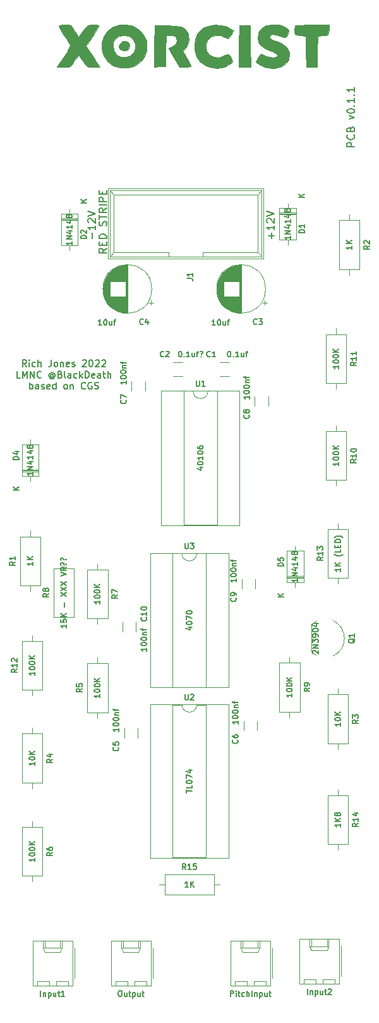
<source format=gbr>
%TF.GenerationSoftware,KiCad,Pcbnew,(5.1.12-1-10_14)*%
%TF.CreationDate,2023-08-06T16:49:54+02:00*%
%TF.ProjectId,xorcist_board,786f7263-6973-4745-9f62-6f6172642e6b,rev?*%
%TF.SameCoordinates,Original*%
%TF.FileFunction,Legend,Top*%
%TF.FilePolarity,Positive*%
%FSLAX46Y46*%
G04 Gerber Fmt 4.6, Leading zero omitted, Abs format (unit mm)*
G04 Created by KiCad (PCBNEW (5.1.12-1-10_14)) date 2023-08-06 16:49:54*
%MOMM*%
%LPD*%
G01*
G04 APERTURE LIST*
%ADD10C,0.150000*%
%ADD11C,0.120000*%
%ADD12C,0.010000*%
G04 APERTURE END LIST*
D10*
X336702380Y-44928571D02*
X335702380Y-44928571D01*
X335702380Y-44547619D01*
X335750000Y-44452380D01*
X335797619Y-44404761D01*
X335892857Y-44357142D01*
X336035714Y-44357142D01*
X336130952Y-44404761D01*
X336178571Y-44452380D01*
X336226190Y-44547619D01*
X336226190Y-44928571D01*
X336607142Y-43357142D02*
X336654761Y-43404761D01*
X336702380Y-43547619D01*
X336702380Y-43642857D01*
X336654761Y-43785714D01*
X336559523Y-43880952D01*
X336464285Y-43928571D01*
X336273809Y-43976190D01*
X336130952Y-43976190D01*
X335940476Y-43928571D01*
X335845238Y-43880952D01*
X335750000Y-43785714D01*
X335702380Y-43642857D01*
X335702380Y-43547619D01*
X335750000Y-43404761D01*
X335797619Y-43357142D01*
X336178571Y-42595238D02*
X336226190Y-42452380D01*
X336273809Y-42404761D01*
X336369047Y-42357142D01*
X336511904Y-42357142D01*
X336607142Y-42404761D01*
X336654761Y-42452380D01*
X336702380Y-42547619D01*
X336702380Y-42928571D01*
X335702380Y-42928571D01*
X335702380Y-42595238D01*
X335750000Y-42500000D01*
X335797619Y-42452380D01*
X335892857Y-42404761D01*
X335988095Y-42404761D01*
X336083333Y-42452380D01*
X336130952Y-42500000D01*
X336178571Y-42595238D01*
X336178571Y-42928571D01*
X336035714Y-41261904D02*
X336702380Y-41023809D01*
X336035714Y-40785714D01*
X335702380Y-40214285D02*
X335702380Y-40119047D01*
X335750000Y-40023809D01*
X335797619Y-39976190D01*
X335892857Y-39928571D01*
X336083333Y-39880952D01*
X336321428Y-39880952D01*
X336511904Y-39928571D01*
X336607142Y-39976190D01*
X336654761Y-40023809D01*
X336702380Y-40119047D01*
X336702380Y-40214285D01*
X336654761Y-40309523D01*
X336607142Y-40357142D01*
X336511904Y-40404761D01*
X336321428Y-40452380D01*
X336083333Y-40452380D01*
X335892857Y-40404761D01*
X335797619Y-40357142D01*
X335750000Y-40309523D01*
X335702380Y-40214285D01*
X336607142Y-39452380D02*
X336654761Y-39404761D01*
X336702380Y-39452380D01*
X336654761Y-39500000D01*
X336607142Y-39452380D01*
X336702380Y-39452380D01*
X336702380Y-38452380D02*
X336702380Y-39023809D01*
X336702380Y-38738095D02*
X335702380Y-38738095D01*
X335845238Y-38833333D01*
X335940476Y-38928571D01*
X335988095Y-39023809D01*
X336607142Y-38023809D02*
X336654761Y-37976190D01*
X336702380Y-38023809D01*
X336654761Y-38071428D01*
X336607142Y-38023809D01*
X336702380Y-38023809D01*
X336702380Y-37023809D02*
X336702380Y-37595238D01*
X336702380Y-37309523D02*
X335702380Y-37309523D01*
X335845238Y-37404761D01*
X335940476Y-37500000D01*
X335988095Y-37595238D01*
X292714285Y-74407142D02*
X292414285Y-73978571D01*
X292200000Y-74407142D02*
X292200000Y-73507142D01*
X292542857Y-73507142D01*
X292628571Y-73550000D01*
X292671428Y-73592857D01*
X292714285Y-73678571D01*
X292714285Y-73807142D01*
X292671428Y-73892857D01*
X292628571Y-73935714D01*
X292542857Y-73978571D01*
X292200000Y-73978571D01*
X293100000Y-74407142D02*
X293100000Y-73807142D01*
X293100000Y-73507142D02*
X293057142Y-73550000D01*
X293100000Y-73592857D01*
X293142857Y-73550000D01*
X293100000Y-73507142D01*
X293100000Y-73592857D01*
X293914285Y-74364285D02*
X293828571Y-74407142D01*
X293657142Y-74407142D01*
X293571428Y-74364285D01*
X293528571Y-74321428D01*
X293485714Y-74235714D01*
X293485714Y-73978571D01*
X293528571Y-73892857D01*
X293571428Y-73850000D01*
X293657142Y-73807142D01*
X293828571Y-73807142D01*
X293914285Y-73850000D01*
X294300000Y-74407142D02*
X294300000Y-73507142D01*
X294685714Y-74407142D02*
X294685714Y-73935714D01*
X294642857Y-73850000D01*
X294557142Y-73807142D01*
X294428571Y-73807142D01*
X294342857Y-73850000D01*
X294300000Y-73892857D01*
X296057142Y-73507142D02*
X296057142Y-74150000D01*
X296014285Y-74278571D01*
X295928571Y-74364285D01*
X295800000Y-74407142D01*
X295714285Y-74407142D01*
X296614285Y-74407142D02*
X296528571Y-74364285D01*
X296485714Y-74321428D01*
X296442857Y-74235714D01*
X296442857Y-73978571D01*
X296485714Y-73892857D01*
X296528571Y-73850000D01*
X296614285Y-73807142D01*
X296742857Y-73807142D01*
X296828571Y-73850000D01*
X296871428Y-73892857D01*
X296914285Y-73978571D01*
X296914285Y-74235714D01*
X296871428Y-74321428D01*
X296828571Y-74364285D01*
X296742857Y-74407142D01*
X296614285Y-74407142D01*
X297300000Y-73807142D02*
X297300000Y-74407142D01*
X297300000Y-73892857D02*
X297342857Y-73850000D01*
X297428571Y-73807142D01*
X297557142Y-73807142D01*
X297642857Y-73850000D01*
X297685714Y-73935714D01*
X297685714Y-74407142D01*
X298457142Y-74364285D02*
X298371428Y-74407142D01*
X298200000Y-74407142D01*
X298114285Y-74364285D01*
X298071428Y-74278571D01*
X298071428Y-73935714D01*
X298114285Y-73850000D01*
X298200000Y-73807142D01*
X298371428Y-73807142D01*
X298457142Y-73850000D01*
X298500000Y-73935714D01*
X298500000Y-74021428D01*
X298071428Y-74107142D01*
X298842857Y-74364285D02*
X298928571Y-74407142D01*
X299100000Y-74407142D01*
X299185714Y-74364285D01*
X299228571Y-74278571D01*
X299228571Y-74235714D01*
X299185714Y-74150000D01*
X299100000Y-74107142D01*
X298971428Y-74107142D01*
X298885714Y-74064285D01*
X298842857Y-73978571D01*
X298842857Y-73935714D01*
X298885714Y-73850000D01*
X298971428Y-73807142D01*
X299100000Y-73807142D01*
X299185714Y-73850000D01*
X300257142Y-73592857D02*
X300300000Y-73550000D01*
X300385714Y-73507142D01*
X300600000Y-73507142D01*
X300685714Y-73550000D01*
X300728571Y-73592857D01*
X300771428Y-73678571D01*
X300771428Y-73764285D01*
X300728571Y-73892857D01*
X300214285Y-74407142D01*
X300771428Y-74407142D01*
X301328571Y-73507142D02*
X301414285Y-73507142D01*
X301500000Y-73550000D01*
X301542857Y-73592857D01*
X301585714Y-73678571D01*
X301628571Y-73850000D01*
X301628571Y-74064285D01*
X301585714Y-74235714D01*
X301542857Y-74321428D01*
X301500000Y-74364285D01*
X301414285Y-74407142D01*
X301328571Y-74407142D01*
X301242857Y-74364285D01*
X301200000Y-74321428D01*
X301157142Y-74235714D01*
X301114285Y-74064285D01*
X301114285Y-73850000D01*
X301157142Y-73678571D01*
X301200000Y-73592857D01*
X301242857Y-73550000D01*
X301328571Y-73507142D01*
X301971428Y-73592857D02*
X302014285Y-73550000D01*
X302100000Y-73507142D01*
X302314285Y-73507142D01*
X302400000Y-73550000D01*
X302442857Y-73592857D01*
X302485714Y-73678571D01*
X302485714Y-73764285D01*
X302442857Y-73892857D01*
X301928571Y-74407142D01*
X302485714Y-74407142D01*
X302828571Y-73592857D02*
X302871428Y-73550000D01*
X302957142Y-73507142D01*
X303171428Y-73507142D01*
X303257142Y-73550000D01*
X303300000Y-73592857D01*
X303342857Y-73678571D01*
X303342857Y-73764285D01*
X303300000Y-73892857D01*
X302785714Y-74407142D01*
X303342857Y-74407142D01*
X291921428Y-75907142D02*
X291492857Y-75907142D01*
X291492857Y-75007142D01*
X292221428Y-75907142D02*
X292221428Y-75007142D01*
X292521428Y-75650000D01*
X292821428Y-75007142D01*
X292821428Y-75907142D01*
X293250000Y-75907142D02*
X293250000Y-75007142D01*
X293764285Y-75907142D01*
X293764285Y-75007142D01*
X294707142Y-75821428D02*
X294664285Y-75864285D01*
X294535714Y-75907142D01*
X294450000Y-75907142D01*
X294321428Y-75864285D01*
X294235714Y-75778571D01*
X294192857Y-75692857D01*
X294150000Y-75521428D01*
X294150000Y-75392857D01*
X294192857Y-75221428D01*
X294235714Y-75135714D01*
X294321428Y-75050000D01*
X294450000Y-75007142D01*
X294535714Y-75007142D01*
X294664285Y-75050000D01*
X294707142Y-75092857D01*
X296335714Y-75478571D02*
X296292857Y-75435714D01*
X296207142Y-75392857D01*
X296121428Y-75392857D01*
X296035714Y-75435714D01*
X295992857Y-75478571D01*
X295950000Y-75564285D01*
X295950000Y-75650000D01*
X295992857Y-75735714D01*
X296035714Y-75778571D01*
X296121428Y-75821428D01*
X296207142Y-75821428D01*
X296292857Y-75778571D01*
X296335714Y-75735714D01*
X296335714Y-75392857D02*
X296335714Y-75735714D01*
X296378571Y-75778571D01*
X296421428Y-75778571D01*
X296507142Y-75735714D01*
X296550000Y-75650000D01*
X296550000Y-75435714D01*
X296464285Y-75307142D01*
X296335714Y-75221428D01*
X296164285Y-75178571D01*
X295992857Y-75221428D01*
X295864285Y-75307142D01*
X295778571Y-75435714D01*
X295735714Y-75607142D01*
X295778571Y-75778571D01*
X295864285Y-75907142D01*
X295992857Y-75992857D01*
X296164285Y-76035714D01*
X296335714Y-75992857D01*
X296464285Y-75907142D01*
X297235714Y-75435714D02*
X297364285Y-75478571D01*
X297407142Y-75521428D01*
X297450000Y-75607142D01*
X297450000Y-75735714D01*
X297407142Y-75821428D01*
X297364285Y-75864285D01*
X297278571Y-75907142D01*
X296935714Y-75907142D01*
X296935714Y-75007142D01*
X297235714Y-75007142D01*
X297321428Y-75050000D01*
X297364285Y-75092857D01*
X297407142Y-75178571D01*
X297407142Y-75264285D01*
X297364285Y-75350000D01*
X297321428Y-75392857D01*
X297235714Y-75435714D01*
X296935714Y-75435714D01*
X297964285Y-75907142D02*
X297878571Y-75864285D01*
X297835714Y-75778571D01*
X297835714Y-75007142D01*
X298692857Y-75907142D02*
X298692857Y-75435714D01*
X298650000Y-75350000D01*
X298564285Y-75307142D01*
X298392857Y-75307142D01*
X298307142Y-75350000D01*
X298692857Y-75864285D02*
X298607142Y-75907142D01*
X298392857Y-75907142D01*
X298307142Y-75864285D01*
X298264285Y-75778571D01*
X298264285Y-75692857D01*
X298307142Y-75607142D01*
X298392857Y-75564285D01*
X298607142Y-75564285D01*
X298692857Y-75521428D01*
X299507142Y-75864285D02*
X299421428Y-75907142D01*
X299250000Y-75907142D01*
X299164285Y-75864285D01*
X299121428Y-75821428D01*
X299078571Y-75735714D01*
X299078571Y-75478571D01*
X299121428Y-75392857D01*
X299164285Y-75350000D01*
X299250000Y-75307142D01*
X299421428Y-75307142D01*
X299507142Y-75350000D01*
X299892857Y-75907142D02*
X299892857Y-75007142D01*
X299978571Y-75564285D02*
X300235714Y-75907142D01*
X300235714Y-75307142D02*
X299892857Y-75650000D01*
X300621428Y-75907142D02*
X300621428Y-75007142D01*
X300835714Y-75007142D01*
X300964285Y-75050000D01*
X301050000Y-75135714D01*
X301092857Y-75221428D01*
X301135714Y-75392857D01*
X301135714Y-75521428D01*
X301092857Y-75692857D01*
X301050000Y-75778571D01*
X300964285Y-75864285D01*
X300835714Y-75907142D01*
X300621428Y-75907142D01*
X301864285Y-75864285D02*
X301778571Y-75907142D01*
X301607142Y-75907142D01*
X301521428Y-75864285D01*
X301478571Y-75778571D01*
X301478571Y-75435714D01*
X301521428Y-75350000D01*
X301607142Y-75307142D01*
X301778571Y-75307142D01*
X301864285Y-75350000D01*
X301907142Y-75435714D01*
X301907142Y-75521428D01*
X301478571Y-75607142D01*
X302678571Y-75907142D02*
X302678571Y-75435714D01*
X302635714Y-75350000D01*
X302550000Y-75307142D01*
X302378571Y-75307142D01*
X302292857Y-75350000D01*
X302678571Y-75864285D02*
X302592857Y-75907142D01*
X302378571Y-75907142D01*
X302292857Y-75864285D01*
X302250000Y-75778571D01*
X302250000Y-75692857D01*
X302292857Y-75607142D01*
X302378571Y-75564285D01*
X302592857Y-75564285D01*
X302678571Y-75521428D01*
X302978571Y-75307142D02*
X303321428Y-75307142D01*
X303107142Y-75007142D02*
X303107142Y-75778571D01*
X303150000Y-75864285D01*
X303235714Y-75907142D01*
X303321428Y-75907142D01*
X303621428Y-75907142D02*
X303621428Y-75007142D01*
X304007142Y-75907142D02*
X304007142Y-75435714D01*
X303964285Y-75350000D01*
X303878571Y-75307142D01*
X303750000Y-75307142D01*
X303664285Y-75350000D01*
X303621428Y-75392857D01*
X293164285Y-77407142D02*
X293164285Y-76507142D01*
X293164285Y-76850000D02*
X293250000Y-76807142D01*
X293421428Y-76807142D01*
X293507142Y-76850000D01*
X293550000Y-76892857D01*
X293592857Y-76978571D01*
X293592857Y-77235714D01*
X293550000Y-77321428D01*
X293507142Y-77364285D01*
X293421428Y-77407142D01*
X293250000Y-77407142D01*
X293164285Y-77364285D01*
X294364285Y-77407142D02*
X294364285Y-76935714D01*
X294321428Y-76850000D01*
X294235714Y-76807142D01*
X294064285Y-76807142D01*
X293978571Y-76850000D01*
X294364285Y-77364285D02*
X294278571Y-77407142D01*
X294064285Y-77407142D01*
X293978571Y-77364285D01*
X293935714Y-77278571D01*
X293935714Y-77192857D01*
X293978571Y-77107142D01*
X294064285Y-77064285D01*
X294278571Y-77064285D01*
X294364285Y-77021428D01*
X294750000Y-77364285D02*
X294835714Y-77407142D01*
X295007142Y-77407142D01*
X295092857Y-77364285D01*
X295135714Y-77278571D01*
X295135714Y-77235714D01*
X295092857Y-77150000D01*
X295007142Y-77107142D01*
X294878571Y-77107142D01*
X294792857Y-77064285D01*
X294750000Y-76978571D01*
X294750000Y-76935714D01*
X294792857Y-76850000D01*
X294878571Y-76807142D01*
X295007142Y-76807142D01*
X295092857Y-76850000D01*
X295864285Y-77364285D02*
X295778571Y-77407142D01*
X295607142Y-77407142D01*
X295521428Y-77364285D01*
X295478571Y-77278571D01*
X295478571Y-76935714D01*
X295521428Y-76850000D01*
X295607142Y-76807142D01*
X295778571Y-76807142D01*
X295864285Y-76850000D01*
X295907142Y-76935714D01*
X295907142Y-77021428D01*
X295478571Y-77107142D01*
X296678571Y-77407142D02*
X296678571Y-76507142D01*
X296678571Y-77364285D02*
X296592857Y-77407142D01*
X296421428Y-77407142D01*
X296335714Y-77364285D01*
X296292857Y-77321428D01*
X296250000Y-77235714D01*
X296250000Y-76978571D01*
X296292857Y-76892857D01*
X296335714Y-76850000D01*
X296421428Y-76807142D01*
X296592857Y-76807142D01*
X296678571Y-76850000D01*
X297921428Y-77407142D02*
X297835714Y-77364285D01*
X297792857Y-77321428D01*
X297750000Y-77235714D01*
X297750000Y-76978571D01*
X297792857Y-76892857D01*
X297835714Y-76850000D01*
X297921428Y-76807142D01*
X298050000Y-76807142D01*
X298135714Y-76850000D01*
X298178571Y-76892857D01*
X298221428Y-76978571D01*
X298221428Y-77235714D01*
X298178571Y-77321428D01*
X298135714Y-77364285D01*
X298050000Y-77407142D01*
X297921428Y-77407142D01*
X298607142Y-76807142D02*
X298607142Y-77407142D01*
X298607142Y-76892857D02*
X298650000Y-76850000D01*
X298735714Y-76807142D01*
X298864285Y-76807142D01*
X298950000Y-76850000D01*
X298992857Y-76935714D01*
X298992857Y-77407142D01*
X300621428Y-77321428D02*
X300578571Y-77364285D01*
X300450000Y-77407142D01*
X300364285Y-77407142D01*
X300235714Y-77364285D01*
X300150000Y-77278571D01*
X300107142Y-77192857D01*
X300064285Y-77021428D01*
X300064285Y-76892857D01*
X300107142Y-76721428D01*
X300150000Y-76635714D01*
X300235714Y-76550000D01*
X300364285Y-76507142D01*
X300450000Y-76507142D01*
X300578571Y-76550000D01*
X300621428Y-76592857D01*
X301478571Y-76550000D02*
X301392857Y-76507142D01*
X301264285Y-76507142D01*
X301135714Y-76550000D01*
X301050000Y-76635714D01*
X301007142Y-76721428D01*
X300964285Y-76892857D01*
X300964285Y-77021428D01*
X301007142Y-77192857D01*
X301050000Y-77278571D01*
X301135714Y-77364285D01*
X301264285Y-77407142D01*
X301350000Y-77407142D01*
X301478571Y-77364285D01*
X301521428Y-77321428D01*
X301521428Y-77021428D01*
X301350000Y-77021428D01*
X301864285Y-77364285D02*
X301992857Y-77407142D01*
X302207142Y-77407142D01*
X302292857Y-77364285D01*
X302335714Y-77321428D01*
X302378571Y-77235714D01*
X302378571Y-77150000D01*
X302335714Y-77064285D01*
X302292857Y-77021428D01*
X302207142Y-76978571D01*
X302035714Y-76935714D01*
X301950000Y-76892857D01*
X301907142Y-76850000D01*
X301864285Y-76764285D01*
X301864285Y-76678571D01*
X301907142Y-76592857D01*
X301950000Y-76550000D01*
X302035714Y-76507142D01*
X302250000Y-76507142D01*
X302378571Y-76550000D01*
D11*
%TO.C,Output*%
X304660000Y-156680000D02*
X304660000Y-157280000D01*
X306260000Y-156680000D02*
X304660000Y-156680000D01*
X306260000Y-157280000D02*
X306260000Y-156680000D01*
X307200000Y-156680000D02*
X307200000Y-157280000D01*
X308800000Y-156680000D02*
X307200000Y-156680000D01*
X308800000Y-157280000D02*
X308800000Y-156680000D01*
X305710000Y-151260000D02*
X305710000Y-152260000D01*
X307750000Y-151260000D02*
X307750000Y-152260000D01*
X305710000Y-152790000D02*
X305460000Y-152260000D01*
X307750000Y-152790000D02*
X305710000Y-152790000D01*
X308000000Y-152260000D02*
X307750000Y-152790000D01*
X305460000Y-152260000D02*
X305460000Y-151260000D01*
X308000000Y-152260000D02*
X305460000Y-152260000D01*
X308000000Y-151260000D02*
X308000000Y-152260000D01*
X309670000Y-156250000D02*
X309670000Y-152250000D01*
X304080000Y-157280000D02*
X309380000Y-157280000D01*
X304080000Y-151260000D02*
X304080000Y-157280000D01*
X309380000Y-151260000D02*
X304080000Y-151260000D01*
X309380000Y-157280000D02*
X309380000Y-151260000D01*
%TO.C,R5*%
X300880000Y-120690000D02*
X303620000Y-120690000D01*
X303620000Y-120690000D02*
X303620000Y-114150000D01*
X303620000Y-114150000D02*
X300880000Y-114150000D01*
X300880000Y-114150000D02*
X300880000Y-120690000D01*
X302250000Y-121460000D02*
X302250000Y-120690000D01*
X302250000Y-113380000D02*
X302250000Y-114150000D01*
%TO.C,U3*%
X313560000Y-99420000D02*
X312310000Y-99420000D01*
X312310000Y-99420000D02*
X312310000Y-117320000D01*
X312310000Y-117320000D02*
X316810000Y-117320000D01*
X316810000Y-117320000D02*
X316810000Y-99420000D01*
X316810000Y-99420000D02*
X315560000Y-99420000D01*
X309310000Y-99360000D02*
X309310000Y-117380000D01*
X309310000Y-117380000D02*
X319810000Y-117380000D01*
X319810000Y-117380000D02*
X319810000Y-99360000D01*
X319810000Y-99360000D02*
X309310000Y-99360000D01*
X315560000Y-99420000D02*
G75*
G02*
X313560000Y-99420000I-1000000J0D01*
G01*
%TO.C,U2*%
X319810000Y-119610000D02*
X309310000Y-119610000D01*
X319810000Y-140170000D02*
X319810000Y-119610000D01*
X309310000Y-140170000D02*
X319810000Y-140170000D01*
X309310000Y-119610000D02*
X309310000Y-140170000D01*
X316810000Y-119670000D02*
X315560000Y-119670000D01*
X316810000Y-140110000D02*
X316810000Y-119670000D01*
X312310000Y-140110000D02*
X316810000Y-140110000D01*
X312310000Y-119670000D02*
X312310000Y-140110000D01*
X313560000Y-119670000D02*
X312310000Y-119670000D01*
X315560000Y-119670000D02*
G75*
G02*
X313560000Y-119670000I-1000000J0D01*
G01*
%TO.C,D5*%
X327630000Y-103310000D02*
X329870000Y-103310000D01*
X329870000Y-103310000D02*
X329870000Y-99070000D01*
X329870000Y-99070000D02*
X327630000Y-99070000D01*
X327630000Y-99070000D02*
X327630000Y-103310000D01*
X328750000Y-103960000D02*
X328750000Y-103310000D01*
X328750000Y-98420000D02*
X328750000Y-99070000D01*
X327630000Y-102590000D02*
X329870000Y-102590000D01*
X327630000Y-102470000D02*
X329870000Y-102470000D01*
X327630000Y-102710000D02*
X329870000Y-102710000D01*
D12*
%TO.C,G\u002A\u002A\u002A*%
G36*
X306117140Y-30802419D02*
G01*
X306418740Y-31026563D01*
X306539819Y-31405016D01*
X306434373Y-31795734D01*
X306116529Y-32072617D01*
X305688253Y-32119266D01*
X305308302Y-31935210D01*
X305206730Y-31799361D01*
X305132476Y-31452689D01*
X305336194Y-31076897D01*
X305344723Y-31066308D01*
X305728106Y-30794896D01*
X306117140Y-30802419D01*
G37*
X306117140Y-30802419D02*
X306418740Y-31026563D01*
X306539819Y-31405016D01*
X306434373Y-31795734D01*
X306116529Y-32072617D01*
X305688253Y-32119266D01*
X305308302Y-31935210D01*
X305206730Y-31799361D01*
X305132476Y-31452689D01*
X305336194Y-31076897D01*
X305344723Y-31066308D01*
X305728106Y-30794896D01*
X306117140Y-30802419D01*
G36*
X333262238Y-29280634D02*
G01*
X333245092Y-29723800D01*
X333127565Y-29935634D01*
X332810526Y-30015968D01*
X332507343Y-30040836D01*
X331752448Y-30095454D01*
X331702405Y-32182517D01*
X331652363Y-34269580D01*
X330253931Y-34269580D01*
X330203889Y-32182517D01*
X330153846Y-30095454D01*
X329388867Y-30040343D01*
X328913160Y-29991886D01*
X328700352Y-29877432D01*
X328659006Y-29605547D01*
X328678378Y-29329854D01*
X328732867Y-28674475D01*
X330997553Y-28624763D01*
X333262238Y-28575050D01*
X333262238Y-29280634D01*
G37*
X333262238Y-29280634D02*
X333245092Y-29723800D01*
X333127565Y-29935634D01*
X332810526Y-30015968D01*
X332507343Y-30040836D01*
X331752448Y-30095454D01*
X331702405Y-32182517D01*
X331652363Y-34269580D01*
X330253931Y-34269580D01*
X330203889Y-32182517D01*
X330153846Y-30095454D01*
X329388867Y-30040343D01*
X328913160Y-29991886D01*
X328700352Y-29877432D01*
X328659006Y-29605547D01*
X328678378Y-29329854D01*
X328732867Y-28674475D01*
X330997553Y-28624763D01*
X333262238Y-28575050D01*
X333262238Y-29280634D01*
G36*
X322742622Y-31472028D02*
G01*
X322791538Y-34269580D01*
X321174896Y-34269580D01*
X321223811Y-31472028D01*
X321272727Y-28674475D01*
X322693706Y-28674475D01*
X322742622Y-31472028D01*
G37*
X322742622Y-31472028D02*
X322791538Y-34269580D01*
X321174896Y-34269580D01*
X321223811Y-31472028D01*
X321272727Y-28674475D01*
X322693706Y-28674475D01*
X322742622Y-31472028D01*
G36*
X311503497Y-28688709D02*
G01*
X312596618Y-28741568D01*
X313390770Y-28891199D01*
X313933877Y-29157798D01*
X314273864Y-29561562D01*
X314410491Y-29913817D01*
X314502460Y-30719609D01*
X314279070Y-31401288D01*
X314034682Y-31726602D01*
X313684134Y-32114393D01*
X314236823Y-33080391D01*
X314525360Y-33601228D01*
X314725346Y-33993807D01*
X314789511Y-34157985D01*
X314630737Y-34224833D01*
X314229465Y-34264684D01*
X313998045Y-34269580D01*
X313206579Y-34269580D01*
X312488255Y-33039639D01*
X312153308Y-32456496D01*
X311901693Y-32000084D01*
X311776479Y-31749125D01*
X311769930Y-31726727D01*
X311919380Y-31626979D01*
X312208859Y-31533592D01*
X312684996Y-31267021D01*
X312883213Y-30821077D01*
X312820399Y-30406293D01*
X312618068Y-30118474D01*
X312233043Y-30012322D01*
X312047724Y-30006643D01*
X311425959Y-30006643D01*
X311375917Y-32093706D01*
X311325874Y-34180769D01*
X310566416Y-34235610D01*
X309806957Y-34290452D01*
X309855926Y-31482464D01*
X309904895Y-28674475D01*
X311503497Y-28688709D01*
G37*
X311503497Y-28688709D02*
X312596618Y-28741568D01*
X313390770Y-28891199D01*
X313933877Y-29157798D01*
X314273864Y-29561562D01*
X314410491Y-29913817D01*
X314502460Y-30719609D01*
X314279070Y-31401288D01*
X314034682Y-31726602D01*
X313684134Y-32114393D01*
X314236823Y-33080391D01*
X314525360Y-33601228D01*
X314725346Y-33993807D01*
X314789511Y-34157985D01*
X314630737Y-34224833D01*
X314229465Y-34264684D01*
X313998045Y-34269580D01*
X313206579Y-34269580D01*
X312488255Y-33039639D01*
X312153308Y-32456496D01*
X311901693Y-32000084D01*
X311776479Y-31749125D01*
X311769930Y-31726727D01*
X311919380Y-31626979D01*
X312208859Y-31533592D01*
X312684996Y-31267021D01*
X312883213Y-30821077D01*
X312820399Y-30406293D01*
X312618068Y-30118474D01*
X312233043Y-30012322D01*
X312047724Y-30006643D01*
X311425959Y-30006643D01*
X311375917Y-32093706D01*
X311325874Y-34180769D01*
X310566416Y-34235610D01*
X309806957Y-34290452D01*
X309855926Y-31482464D01*
X309904895Y-28674475D01*
X311503497Y-28688709D01*
G36*
X302080155Y-28611751D02*
G01*
X302377063Y-28676360D01*
X302406456Y-28695383D01*
X302362537Y-28880574D01*
X302152817Y-29284413D01*
X301816411Y-29835363D01*
X301621399Y-30131103D01*
X300726623Y-31457105D01*
X301333220Y-32374881D01*
X301718969Y-32959903D01*
X302074688Y-33501681D01*
X302257120Y-33781119D01*
X302574423Y-34269580D01*
X301659049Y-34269580D01*
X301113087Y-34252736D01*
X300779737Y-34150144D01*
X300521556Y-33883718D01*
X300262047Y-33475894D01*
X299975594Y-33029371D01*
X299761156Y-32741472D01*
X299691609Y-32682207D01*
X299557628Y-32820660D01*
X299309932Y-33175757D01*
X299121170Y-33475894D01*
X298819263Y-33940751D01*
X298557980Y-34175800D01*
X298201052Y-34259300D01*
X297739184Y-34269580D01*
X296838825Y-34269580D01*
X297746426Y-32924573D01*
X298140129Y-32299262D01*
X298423207Y-31767404D01*
X298555797Y-31407949D01*
X298555358Y-31322438D01*
X298410434Y-31053287D01*
X298123609Y-30590850D01*
X297755925Y-30033410D01*
X297741981Y-30012855D01*
X297388986Y-29468435D01*
X297133570Y-29027574D01*
X297027736Y-28780481D01*
X297027273Y-28773032D01*
X297186490Y-28660883D01*
X297591664Y-28594152D01*
X297833408Y-28585664D01*
X298321601Y-28607899D01*
X298632978Y-28727467D01*
X298896195Y-29023663D01*
X299121170Y-29379350D01*
X299409725Y-29827317D01*
X299628804Y-30117702D01*
X299701822Y-30178651D01*
X299849966Y-30048889D01*
X300127240Y-29708582D01*
X300364245Y-29384965D01*
X300724963Y-28914683D01*
X301024220Y-28675653D01*
X301379815Y-28592428D01*
X301612191Y-28585664D01*
X302080155Y-28611751D01*
G37*
X302080155Y-28611751D02*
X302377063Y-28676360D01*
X302406456Y-28695383D01*
X302362537Y-28880574D01*
X302152817Y-29284413D01*
X301816411Y-29835363D01*
X301621399Y-30131103D01*
X300726623Y-31457105D01*
X301333220Y-32374881D01*
X301718969Y-32959903D01*
X302074688Y-33501681D01*
X302257120Y-33781119D01*
X302574423Y-34269580D01*
X301659049Y-34269580D01*
X301113087Y-34252736D01*
X300779737Y-34150144D01*
X300521556Y-33883718D01*
X300262047Y-33475894D01*
X299975594Y-33029371D01*
X299761156Y-32741472D01*
X299691609Y-32682207D01*
X299557628Y-32820660D01*
X299309932Y-33175757D01*
X299121170Y-33475894D01*
X298819263Y-33940751D01*
X298557980Y-34175800D01*
X298201052Y-34259300D01*
X297739184Y-34269580D01*
X296838825Y-34269580D01*
X297746426Y-32924573D01*
X298140129Y-32299262D01*
X298423207Y-31767404D01*
X298555797Y-31407949D01*
X298555358Y-31322438D01*
X298410434Y-31053287D01*
X298123609Y-30590850D01*
X297755925Y-30033410D01*
X297741981Y-30012855D01*
X297388986Y-29468435D01*
X297133570Y-29027574D01*
X297027736Y-28780481D01*
X297027273Y-28773032D01*
X297186490Y-28660883D01*
X297591664Y-28594152D01*
X297833408Y-28585664D01*
X298321601Y-28607899D01*
X298632978Y-28727467D01*
X298896195Y-29023663D01*
X299121170Y-29379350D01*
X299409725Y-29827317D01*
X299628804Y-30117702D01*
X299701822Y-30178651D01*
X299849966Y-30048889D01*
X300127240Y-29708582D01*
X300364245Y-29384965D01*
X300724963Y-28914683D01*
X301024220Y-28675653D01*
X301379815Y-28592428D01*
X301612191Y-28585664D01*
X302080155Y-28611751D01*
G36*
X326567005Y-28643058D02*
G01*
X327305862Y-28884995D01*
X327778674Y-29204643D01*
X327908272Y-29571191D01*
X327706598Y-30023645D01*
X327669779Y-30073654D01*
X327490035Y-30270316D01*
X327285223Y-30314694D01*
X326933689Y-30211503D01*
X326679818Y-30112021D01*
X326149084Y-29953270D01*
X325702749Y-29909056D01*
X325595688Y-29926969D01*
X325311446Y-30111704D01*
X325339338Y-30352472D01*
X325649922Y-30607711D01*
X326213759Y-30835857D01*
X326246154Y-30845261D01*
X327141452Y-31210899D01*
X327709592Y-31705634D01*
X327956634Y-32335421D01*
X327969091Y-32538049D01*
X327847525Y-33323817D01*
X327466936Y-33882043D01*
X326948051Y-34195806D01*
X325953710Y-34424496D01*
X324903695Y-34325693D01*
X324247902Y-34096741D01*
X323801386Y-33865438D01*
X323530518Y-33669922D01*
X323493007Y-33607297D01*
X323543275Y-33441946D01*
X323720337Y-33133624D01*
X324063575Y-32614750D01*
X324118171Y-32534585D01*
X324278622Y-32574369D01*
X324625969Y-32735076D01*
X324665531Y-32755519D01*
X325225153Y-32965444D01*
X325753157Y-33030170D01*
X326154206Y-32952673D01*
X326332966Y-32735926D01*
X326334965Y-32703417D01*
X326221623Y-32466535D01*
X325846743Y-32247300D01*
X325365691Y-32075073D01*
X324484554Y-31679825D01*
X323923676Y-31157439D01*
X323690541Y-30520619D01*
X323792632Y-29782068D01*
X323882832Y-29557624D01*
X324291881Y-29058892D01*
X324934309Y-28728683D01*
X325722042Y-28584302D01*
X326567005Y-28643058D01*
G37*
X326567005Y-28643058D02*
X327305862Y-28884995D01*
X327778674Y-29204643D01*
X327908272Y-29571191D01*
X327706598Y-30023645D01*
X327669779Y-30073654D01*
X327490035Y-30270316D01*
X327285223Y-30314694D01*
X326933689Y-30211503D01*
X326679818Y-30112021D01*
X326149084Y-29953270D01*
X325702749Y-29909056D01*
X325595688Y-29926969D01*
X325311446Y-30111704D01*
X325339338Y-30352472D01*
X325649922Y-30607711D01*
X326213759Y-30835857D01*
X326246154Y-30845261D01*
X327141452Y-31210899D01*
X327709592Y-31705634D01*
X327956634Y-32335421D01*
X327969091Y-32538049D01*
X327847525Y-33323817D01*
X327466936Y-33882043D01*
X326948051Y-34195806D01*
X325953710Y-34424496D01*
X324903695Y-34325693D01*
X324247902Y-34096741D01*
X323801386Y-33865438D01*
X323530518Y-33669922D01*
X323493007Y-33607297D01*
X323543275Y-33441946D01*
X323720337Y-33133624D01*
X324063575Y-32614750D01*
X324118171Y-32534585D01*
X324278622Y-32574369D01*
X324625969Y-32735076D01*
X324665531Y-32755519D01*
X325225153Y-32965444D01*
X325753157Y-33030170D01*
X326154206Y-32952673D01*
X326332966Y-32735926D01*
X326334965Y-32703417D01*
X326221623Y-32466535D01*
X325846743Y-32247300D01*
X325365691Y-32075073D01*
X324484554Y-31679825D01*
X323923676Y-31157439D01*
X323690541Y-30520619D01*
X323792632Y-29782068D01*
X323882832Y-29557624D01*
X324291881Y-29058892D01*
X324934309Y-28728683D01*
X325722042Y-28584302D01*
X326567005Y-28643058D01*
G36*
X318828132Y-28650940D02*
G01*
X319628447Y-28875733D01*
X319732484Y-28925373D01*
X320169479Y-29168108D01*
X320435599Y-29354097D01*
X320473427Y-29405561D01*
X320380040Y-29604545D01*
X320150718Y-29960172D01*
X320105327Y-30024697D01*
X319840899Y-30356097D01*
X319638935Y-30429171D01*
X319372498Y-30286136D01*
X319355315Y-30274144D01*
X318719749Y-30008788D01*
X318055900Y-30016804D01*
X317449850Y-30258819D01*
X316987678Y-30695461D01*
X316755462Y-31287359D01*
X316743357Y-31468837D01*
X316889977Y-32176131D01*
X317288217Y-32684082D01*
X317875647Y-32959393D01*
X318589837Y-32968768D01*
X319188592Y-32772990D01*
X319590168Y-32599666D01*
X319841398Y-32601966D01*
X320056719Y-32826690D01*
X320296037Y-33225895D01*
X320316020Y-33565834D01*
X320000258Y-33897620D01*
X319368090Y-34202457D01*
X319247970Y-34244428D01*
X318245275Y-34431168D01*
X317270157Y-34285168D01*
X316814596Y-34108755D01*
X316016341Y-33601056D01*
X315506257Y-32916289D01*
X315262456Y-32018129D01*
X315233567Y-31485053D01*
X315315290Y-30584321D01*
X315599117Y-29891460D01*
X316143036Y-29289643D01*
X316441106Y-29052202D01*
X317101145Y-28744312D01*
X317941260Y-28608845D01*
X318828132Y-28650940D01*
G37*
X318828132Y-28650940D02*
X319628447Y-28875733D01*
X319732484Y-28925373D01*
X320169479Y-29168108D01*
X320435599Y-29354097D01*
X320473427Y-29405561D01*
X320380040Y-29604545D01*
X320150718Y-29960172D01*
X320105327Y-30024697D01*
X319840899Y-30356097D01*
X319638935Y-30429171D01*
X319372498Y-30286136D01*
X319355315Y-30274144D01*
X318719749Y-30008788D01*
X318055900Y-30016804D01*
X317449850Y-30258819D01*
X316987678Y-30695461D01*
X316755462Y-31287359D01*
X316743357Y-31468837D01*
X316889977Y-32176131D01*
X317288217Y-32684082D01*
X317875647Y-32959393D01*
X318589837Y-32968768D01*
X319188592Y-32772990D01*
X319590168Y-32599666D01*
X319841398Y-32601966D01*
X320056719Y-32826690D01*
X320296037Y-33225895D01*
X320316020Y-33565834D01*
X320000258Y-33897620D01*
X319368090Y-34202457D01*
X319247970Y-34244428D01*
X318245275Y-34431168D01*
X317270157Y-34285168D01*
X316814596Y-34108755D01*
X316016341Y-33601056D01*
X315506257Y-32916289D01*
X315262456Y-32018129D01*
X315233567Y-31485053D01*
X315315290Y-30584321D01*
X315599117Y-29891460D01*
X316143036Y-29289643D01*
X316441106Y-29052202D01*
X317101145Y-28744312D01*
X317941260Y-28608845D01*
X318828132Y-28650940D01*
G36*
X307038054Y-28786198D02*
G01*
X307821134Y-29253431D01*
X308426652Y-29939884D01*
X308793864Y-30816704D01*
X308857420Y-31185862D01*
X308807374Y-32154656D01*
X308468635Y-32995664D01*
X307895369Y-33674098D01*
X307141739Y-34155169D01*
X306261910Y-34404088D01*
X305310046Y-34386068D01*
X304358539Y-34075404D01*
X303592934Y-33520432D01*
X303080426Y-32785679D01*
X302822806Y-31942449D01*
X302822141Y-31322379D01*
X304309790Y-31322379D01*
X304451004Y-32087616D01*
X304833979Y-32640274D01*
X305397712Y-32941995D01*
X306081203Y-32954420D01*
X306606177Y-32766359D01*
X307102039Y-32347802D01*
X307331461Y-31805089D01*
X307317671Y-31219712D01*
X307083895Y-30673164D01*
X306653362Y-30246938D01*
X306049300Y-30022526D01*
X305819581Y-30006643D01*
X305193287Y-30147255D01*
X304674367Y-30512558D01*
X304360126Y-31017752D01*
X304309790Y-31322379D01*
X302822141Y-31322379D01*
X302821861Y-31062046D01*
X303079381Y-30215774D01*
X303597157Y-29474935D01*
X304230877Y-28988335D01*
X305182181Y-28624797D01*
X306138154Y-28567035D01*
X307038054Y-28786198D01*
G37*
X307038054Y-28786198D02*
X307821134Y-29253431D01*
X308426652Y-29939884D01*
X308793864Y-30816704D01*
X308857420Y-31185862D01*
X308807374Y-32154656D01*
X308468635Y-32995664D01*
X307895369Y-33674098D01*
X307141739Y-34155169D01*
X306261910Y-34404088D01*
X305310046Y-34386068D01*
X304358539Y-34075404D01*
X303592934Y-33520432D01*
X303080426Y-32785679D01*
X302822806Y-31942449D01*
X302822141Y-31322379D01*
X304309790Y-31322379D01*
X304451004Y-32087616D01*
X304833979Y-32640274D01*
X305397712Y-32941995D01*
X306081203Y-32954420D01*
X306606177Y-32766359D01*
X307102039Y-32347802D01*
X307331461Y-31805089D01*
X307317671Y-31219712D01*
X307083895Y-30673164D01*
X306653362Y-30246938D01*
X306049300Y-30022526D01*
X305819581Y-30006643D01*
X305193287Y-30147255D01*
X304674367Y-30512558D01*
X304360126Y-31017752D01*
X304309790Y-31322379D01*
X302822141Y-31322379D01*
X302821861Y-31062046D01*
X303079381Y-30215774D01*
X303597157Y-29474935D01*
X304230877Y-28988335D01*
X305182181Y-28624797D01*
X306138154Y-28567035D01*
X307038054Y-28786198D01*
D11*
%TO.C,R2*%
X336000000Y-62120000D02*
X336000000Y-61350000D01*
X336000000Y-54040000D02*
X336000000Y-54810000D01*
X337370000Y-61350000D02*
X337370000Y-54810000D01*
X334630000Y-61350000D02*
X337370000Y-61350000D01*
X334630000Y-54810000D02*
X334630000Y-61350000D01*
X337370000Y-54810000D02*
X334630000Y-54810000D01*
%TO.C,D4*%
X292130000Y-88460000D02*
X294370000Y-88460000D01*
X292130000Y-88220000D02*
X294370000Y-88220000D01*
X292130000Y-88340000D02*
X294370000Y-88340000D01*
X293250000Y-84170000D02*
X293250000Y-84820000D01*
X293250000Y-89710000D02*
X293250000Y-89060000D01*
X292130000Y-84820000D02*
X292130000Y-89060000D01*
X294370000Y-84820000D02*
X292130000Y-84820000D01*
X294370000Y-89060000D02*
X294370000Y-84820000D01*
X292130000Y-89060000D02*
X294370000Y-89060000D01*
%TO.C,PitchInput*%
X320660000Y-156680000D02*
X320660000Y-157280000D01*
X322260000Y-156680000D02*
X320660000Y-156680000D01*
X322260000Y-157280000D02*
X322260000Y-156680000D01*
X323200000Y-156680000D02*
X323200000Y-157280000D01*
X324800000Y-156680000D02*
X323200000Y-156680000D01*
X324800000Y-157280000D02*
X324800000Y-156680000D01*
X321710000Y-151260000D02*
X321710000Y-152260000D01*
X323750000Y-151260000D02*
X323750000Y-152260000D01*
X321710000Y-152790000D02*
X321460000Y-152260000D01*
X323750000Y-152790000D02*
X321710000Y-152790000D01*
X324000000Y-152260000D02*
X323750000Y-152790000D01*
X321460000Y-152260000D02*
X321460000Y-151260000D01*
X324000000Y-152260000D02*
X321460000Y-152260000D01*
X324000000Y-151260000D02*
X324000000Y-152260000D01*
X325670000Y-156250000D02*
X325670000Y-152250000D01*
X320080000Y-157280000D02*
X325380000Y-157280000D01*
X320080000Y-151260000D02*
X320080000Y-157280000D01*
X325380000Y-151260000D02*
X320080000Y-151260000D01*
X325380000Y-157280000D02*
X325380000Y-151260000D01*
%TO.C,D2*%
X299620000Y-54540000D02*
X297380000Y-54540000D01*
X299620000Y-54780000D02*
X297380000Y-54780000D01*
X299620000Y-54660000D02*
X297380000Y-54660000D01*
X298500000Y-58830000D02*
X298500000Y-58180000D01*
X298500000Y-53290000D02*
X298500000Y-53940000D01*
X299620000Y-58180000D02*
X299620000Y-53940000D01*
X297380000Y-58180000D02*
X299620000Y-58180000D01*
X297380000Y-53940000D02*
X297380000Y-58180000D01*
X299620000Y-53940000D02*
X297380000Y-53940000D01*
%TO.C,J1*%
X303650000Y-50555000D02*
X324510000Y-50555000D01*
X324510000Y-50555000D02*
X324510000Y-59905000D01*
X324510000Y-59905000D02*
X303650000Y-59905000D01*
X303650000Y-59905000D02*
X303650000Y-50555000D01*
X303900000Y-59650000D02*
X303900000Y-50800000D01*
X303900000Y-50800000D02*
X324250000Y-50800000D01*
X324250000Y-50800000D02*
X324250000Y-59650000D01*
X324250000Y-59650000D02*
X303900000Y-59650000D01*
X303900000Y-59650000D02*
X304450000Y-59100000D01*
X304450000Y-59100000D02*
X304450000Y-51350000D01*
X304450000Y-51350000D02*
X303900000Y-50800000D01*
X304450000Y-51350000D02*
X323700000Y-51350000D01*
X323700000Y-51350000D02*
X324250000Y-50800000D01*
X323700000Y-51350000D02*
X323700000Y-59100000D01*
X323700000Y-59100000D02*
X324200000Y-59600000D01*
X323700000Y-59100000D02*
X316350000Y-59100000D01*
X316330000Y-59100000D02*
X316330000Y-59610000D01*
X311830000Y-59600000D02*
X311830000Y-59120000D01*
X311830000Y-59100000D02*
X304450000Y-59100000D01*
%TO.C,Input1*%
X294160000Y-156680000D02*
X294160000Y-157280000D01*
X295760000Y-156680000D02*
X294160000Y-156680000D01*
X295760000Y-157280000D02*
X295760000Y-156680000D01*
X296700000Y-156680000D02*
X296700000Y-157280000D01*
X298300000Y-156680000D02*
X296700000Y-156680000D01*
X298300000Y-157280000D02*
X298300000Y-156680000D01*
X295210000Y-151260000D02*
X295210000Y-152260000D01*
X297250000Y-151260000D02*
X297250000Y-152260000D01*
X295210000Y-152790000D02*
X294960000Y-152260000D01*
X297250000Y-152790000D02*
X295210000Y-152790000D01*
X297500000Y-152260000D02*
X297250000Y-152790000D01*
X294960000Y-152260000D02*
X294960000Y-151260000D01*
X297500000Y-152260000D02*
X294960000Y-152260000D01*
X297500000Y-151260000D02*
X297500000Y-152260000D01*
X299170000Y-156250000D02*
X299170000Y-152250000D01*
X293580000Y-157280000D02*
X298880000Y-157280000D01*
X293580000Y-151260000D02*
X293580000Y-157280000D01*
X298880000Y-151260000D02*
X293580000Y-151260000D01*
X298880000Y-157280000D02*
X298880000Y-151260000D01*
%TO.C,Input2*%
X334630000Y-157030000D02*
X334630000Y-151010000D01*
X334630000Y-151010000D02*
X329330000Y-151010000D01*
X329330000Y-151010000D02*
X329330000Y-157030000D01*
X329330000Y-157030000D02*
X334630000Y-157030000D01*
X334920000Y-156000000D02*
X334920000Y-152000000D01*
X333250000Y-151010000D02*
X333250000Y-152010000D01*
X333250000Y-152010000D02*
X330710000Y-152010000D01*
X330710000Y-152010000D02*
X330710000Y-151010000D01*
X333250000Y-152010000D02*
X333000000Y-152540000D01*
X333000000Y-152540000D02*
X330960000Y-152540000D01*
X330960000Y-152540000D02*
X330710000Y-152010000D01*
X333000000Y-151010000D02*
X333000000Y-152010000D01*
X330960000Y-151010000D02*
X330960000Y-152010000D01*
X334050000Y-157030000D02*
X334050000Y-156430000D01*
X334050000Y-156430000D02*
X332450000Y-156430000D01*
X332450000Y-156430000D02*
X332450000Y-157030000D01*
X331510000Y-157030000D02*
X331510000Y-156430000D01*
X331510000Y-156430000D02*
X329910000Y-156430000D01*
X329910000Y-156430000D02*
X329910000Y-157030000D01*
%TO.C,Q1*%
X330900000Y-108990000D02*
X330900000Y-112590000D01*
X331627205Y-108465816D02*
G75*
G03*
X330900000Y-108990000I1122795J-2324184D01*
G01*
X333848807Y-108433600D02*
G75*
G02*
X335350000Y-110790000I-1098807J-2356400D01*
G01*
X333848807Y-113146400D02*
G75*
G03*
X335350000Y-110790000I-1098807J2356400D01*
G01*
X331627205Y-113114184D02*
G75*
G02*
X330900000Y-112590000I1122795J2324184D01*
G01*
%TO.C,R1*%
X291880000Y-103690000D02*
X294620000Y-103690000D01*
X294620000Y-103690000D02*
X294620000Y-97150000D01*
X294620000Y-97150000D02*
X291880000Y-97150000D01*
X291880000Y-97150000D02*
X291880000Y-103690000D01*
X293250000Y-104460000D02*
X293250000Y-103690000D01*
X293250000Y-96380000D02*
X293250000Y-97150000D01*
%TO.C,R3*%
X334500000Y-125620000D02*
X334500000Y-124850000D01*
X334500000Y-117540000D02*
X334500000Y-118310000D01*
X335870000Y-124850000D02*
X335870000Y-118310000D01*
X333130000Y-124850000D02*
X335870000Y-124850000D01*
X333130000Y-118310000D02*
X333130000Y-124850000D01*
X335870000Y-118310000D02*
X333130000Y-118310000D01*
%TO.C,R4*%
X294870000Y-123560000D02*
X292130000Y-123560000D01*
X292130000Y-123560000D02*
X292130000Y-130100000D01*
X292130000Y-130100000D02*
X294870000Y-130100000D01*
X294870000Y-130100000D02*
X294870000Y-123560000D01*
X293500000Y-122790000D02*
X293500000Y-123560000D01*
X293500000Y-130870000D02*
X293500000Y-130100000D01*
%TO.C,R6*%
X293500000Y-143370000D02*
X293500000Y-142600000D01*
X293500000Y-135290000D02*
X293500000Y-136060000D01*
X294870000Y-142600000D02*
X294870000Y-136060000D01*
X292130000Y-142600000D02*
X294870000Y-142600000D01*
X292130000Y-136060000D02*
X292130000Y-142600000D01*
X294870000Y-136060000D02*
X292130000Y-136060000D01*
%TO.C,R7*%
X303620000Y-101560000D02*
X300880000Y-101560000D01*
X300880000Y-101560000D02*
X300880000Y-108100000D01*
X300880000Y-108100000D02*
X303620000Y-108100000D01*
X303620000Y-108100000D02*
X303620000Y-101560000D01*
X302250000Y-100790000D02*
X302250000Y-101560000D01*
X302250000Y-108870000D02*
X302250000Y-108100000D01*
%TO.C,R8*%
X296380000Y-107940000D02*
X299120000Y-107940000D01*
X299120000Y-107940000D02*
X299120000Y-101400000D01*
X299120000Y-101400000D02*
X296380000Y-101400000D01*
X296380000Y-101400000D02*
X296380000Y-107940000D01*
X297750000Y-108710000D02*
X297750000Y-107940000D01*
X297750000Y-100630000D02*
X297750000Y-101400000D01*
%TO.C,R9*%
X328000000Y-121370000D02*
X328000000Y-120600000D01*
X328000000Y-113290000D02*
X328000000Y-114060000D01*
X329370000Y-120600000D02*
X329370000Y-114060000D01*
X326630000Y-120600000D02*
X329370000Y-120600000D01*
X326630000Y-114060000D02*
X326630000Y-120600000D01*
X329370000Y-114060000D02*
X326630000Y-114060000D01*
%TO.C,R10*%
X334250000Y-90370000D02*
X334250000Y-89600000D01*
X334250000Y-82290000D02*
X334250000Y-83060000D01*
X335620000Y-89600000D02*
X335620000Y-83060000D01*
X332880000Y-89600000D02*
X335620000Y-89600000D01*
X332880000Y-83060000D02*
X332880000Y-89600000D01*
X335620000Y-83060000D02*
X332880000Y-83060000D01*
%TO.C,R11*%
X335620000Y-70060000D02*
X332880000Y-70060000D01*
X332880000Y-70060000D02*
X332880000Y-76600000D01*
X332880000Y-76600000D02*
X335620000Y-76600000D01*
X335620000Y-76600000D02*
X335620000Y-70060000D01*
X334250000Y-69290000D02*
X334250000Y-70060000D01*
X334250000Y-77370000D02*
X334250000Y-76600000D01*
%TO.C,R12*%
X293500000Y-110380000D02*
X293500000Y-111150000D01*
X293500000Y-118460000D02*
X293500000Y-117690000D01*
X292130000Y-111150000D02*
X292130000Y-117690000D01*
X294870000Y-111150000D02*
X292130000Y-111150000D01*
X294870000Y-117690000D02*
X294870000Y-111150000D01*
X292130000Y-117690000D02*
X294870000Y-117690000D01*
%TO.C,R13*%
X334500000Y-95380000D02*
X334500000Y-96150000D01*
X334500000Y-103460000D02*
X334500000Y-102690000D01*
X333130000Y-96150000D02*
X333130000Y-102690000D01*
X335870000Y-96150000D02*
X333130000Y-96150000D01*
X335870000Y-102690000D02*
X335870000Y-96150000D01*
X333130000Y-102690000D02*
X335870000Y-102690000D01*
%TO.C,R14*%
X335870000Y-131810000D02*
X333130000Y-131810000D01*
X333130000Y-131810000D02*
X333130000Y-138350000D01*
X333130000Y-138350000D02*
X335870000Y-138350000D01*
X335870000Y-138350000D02*
X335870000Y-131810000D01*
X334500000Y-131040000D02*
X334500000Y-131810000D01*
X334500000Y-139120000D02*
X334500000Y-138350000D01*
%TO.C,R15*%
X318620000Y-143750000D02*
X317850000Y-143750000D01*
X310540000Y-143750000D02*
X311310000Y-143750000D01*
X317850000Y-142380000D02*
X311310000Y-142380000D01*
X317850000Y-145120000D02*
X317850000Y-142380000D01*
X311310000Y-145120000D02*
X317850000Y-145120000D01*
X311310000Y-142380000D02*
X311310000Y-145120000D01*
%TO.C,U1*%
X321310000Y-77610000D02*
X310810000Y-77610000D01*
X321310000Y-95630000D02*
X321310000Y-77610000D01*
X310810000Y-95630000D02*
X321310000Y-95630000D01*
X310810000Y-77610000D02*
X310810000Y-95630000D01*
X318310000Y-77670000D02*
X317060000Y-77670000D01*
X318310000Y-95570000D02*
X318310000Y-77670000D01*
X313810000Y-95570000D02*
X318310000Y-95570000D01*
X313810000Y-77670000D02*
X313810000Y-95570000D01*
X315060000Y-77670000D02*
X313810000Y-77670000D01*
X317060000Y-77670000D02*
G75*
G02*
X315060000Y-77670000I-1000000J0D01*
G01*
%TO.C,C3*%
X324770000Y-64000000D02*
G75*
G03*
X324770000Y-64000000I-3270000J0D01*
G01*
X321500000Y-67230000D02*
X321500000Y-60770000D01*
X321460000Y-67230000D02*
X321460000Y-60770000D01*
X321420000Y-67230000D02*
X321420000Y-60770000D01*
X321380000Y-67228000D02*
X321380000Y-60772000D01*
X321340000Y-67227000D02*
X321340000Y-60773000D01*
X321300000Y-67224000D02*
X321300000Y-60776000D01*
X321260000Y-67222000D02*
X321260000Y-65040000D01*
X321260000Y-62960000D02*
X321260000Y-60778000D01*
X321220000Y-67218000D02*
X321220000Y-65040000D01*
X321220000Y-62960000D02*
X321220000Y-60782000D01*
X321180000Y-67215000D02*
X321180000Y-65040000D01*
X321180000Y-62960000D02*
X321180000Y-60785000D01*
X321140000Y-67211000D02*
X321140000Y-65040000D01*
X321140000Y-62960000D02*
X321140000Y-60789000D01*
X321100000Y-67206000D02*
X321100000Y-65040000D01*
X321100000Y-62960000D02*
X321100000Y-60794000D01*
X321060000Y-67201000D02*
X321060000Y-65040000D01*
X321060000Y-62960000D02*
X321060000Y-60799000D01*
X321020000Y-67195000D02*
X321020000Y-65040000D01*
X321020000Y-62960000D02*
X321020000Y-60805000D01*
X320980000Y-67189000D02*
X320980000Y-65040000D01*
X320980000Y-62960000D02*
X320980000Y-60811000D01*
X320940000Y-67182000D02*
X320940000Y-65040000D01*
X320940000Y-62960000D02*
X320940000Y-60818000D01*
X320900000Y-67175000D02*
X320900000Y-65040000D01*
X320900000Y-62960000D02*
X320900000Y-60825000D01*
X320860000Y-67167000D02*
X320860000Y-65040000D01*
X320860000Y-62960000D02*
X320860000Y-60833000D01*
X320820000Y-67159000D02*
X320820000Y-65040000D01*
X320820000Y-62960000D02*
X320820000Y-60841000D01*
X320779000Y-67150000D02*
X320779000Y-65040000D01*
X320779000Y-62960000D02*
X320779000Y-60850000D01*
X320739000Y-67141000D02*
X320739000Y-65040000D01*
X320739000Y-62960000D02*
X320739000Y-60859000D01*
X320699000Y-67131000D02*
X320699000Y-65040000D01*
X320699000Y-62960000D02*
X320699000Y-60869000D01*
X320659000Y-67121000D02*
X320659000Y-65040000D01*
X320659000Y-62960000D02*
X320659000Y-60879000D01*
X320619000Y-67110000D02*
X320619000Y-65040000D01*
X320619000Y-62960000D02*
X320619000Y-60890000D01*
X320579000Y-67098000D02*
X320579000Y-65040000D01*
X320579000Y-62960000D02*
X320579000Y-60902000D01*
X320539000Y-67086000D02*
X320539000Y-65040000D01*
X320539000Y-62960000D02*
X320539000Y-60914000D01*
X320499000Y-67074000D02*
X320499000Y-65040000D01*
X320499000Y-62960000D02*
X320499000Y-60926000D01*
X320459000Y-67061000D02*
X320459000Y-65040000D01*
X320459000Y-62960000D02*
X320459000Y-60939000D01*
X320419000Y-67047000D02*
X320419000Y-65040000D01*
X320419000Y-62960000D02*
X320419000Y-60953000D01*
X320379000Y-67033000D02*
X320379000Y-65040000D01*
X320379000Y-62960000D02*
X320379000Y-60967000D01*
X320339000Y-67018000D02*
X320339000Y-65040000D01*
X320339000Y-62960000D02*
X320339000Y-60982000D01*
X320299000Y-67002000D02*
X320299000Y-65040000D01*
X320299000Y-62960000D02*
X320299000Y-60998000D01*
X320259000Y-66986000D02*
X320259000Y-65040000D01*
X320259000Y-62960000D02*
X320259000Y-61014000D01*
X320219000Y-66970000D02*
X320219000Y-65040000D01*
X320219000Y-62960000D02*
X320219000Y-61030000D01*
X320179000Y-66952000D02*
X320179000Y-65040000D01*
X320179000Y-62960000D02*
X320179000Y-61048000D01*
X320139000Y-66934000D02*
X320139000Y-65040000D01*
X320139000Y-62960000D02*
X320139000Y-61066000D01*
X320099000Y-66916000D02*
X320099000Y-65040000D01*
X320099000Y-62960000D02*
X320099000Y-61084000D01*
X320059000Y-66896000D02*
X320059000Y-65040000D01*
X320059000Y-62960000D02*
X320059000Y-61104000D01*
X320019000Y-66876000D02*
X320019000Y-65040000D01*
X320019000Y-62960000D02*
X320019000Y-61124000D01*
X319979000Y-66856000D02*
X319979000Y-65040000D01*
X319979000Y-62960000D02*
X319979000Y-61144000D01*
X319939000Y-66834000D02*
X319939000Y-65040000D01*
X319939000Y-62960000D02*
X319939000Y-61166000D01*
X319899000Y-66812000D02*
X319899000Y-65040000D01*
X319899000Y-62960000D02*
X319899000Y-61188000D01*
X319859000Y-66790000D02*
X319859000Y-65040000D01*
X319859000Y-62960000D02*
X319859000Y-61210000D01*
X319819000Y-66766000D02*
X319819000Y-65040000D01*
X319819000Y-62960000D02*
X319819000Y-61234000D01*
X319779000Y-66742000D02*
X319779000Y-65040000D01*
X319779000Y-62960000D02*
X319779000Y-61258000D01*
X319739000Y-66716000D02*
X319739000Y-65040000D01*
X319739000Y-62960000D02*
X319739000Y-61284000D01*
X319699000Y-66690000D02*
X319699000Y-65040000D01*
X319699000Y-62960000D02*
X319699000Y-61310000D01*
X319659000Y-66664000D02*
X319659000Y-65040000D01*
X319659000Y-62960000D02*
X319659000Y-61336000D01*
X319619000Y-66636000D02*
X319619000Y-65040000D01*
X319619000Y-62960000D02*
X319619000Y-61364000D01*
X319579000Y-66607000D02*
X319579000Y-65040000D01*
X319579000Y-62960000D02*
X319579000Y-61393000D01*
X319539000Y-66578000D02*
X319539000Y-65040000D01*
X319539000Y-62960000D02*
X319539000Y-61422000D01*
X319499000Y-66548000D02*
X319499000Y-65040000D01*
X319499000Y-62960000D02*
X319499000Y-61452000D01*
X319459000Y-66516000D02*
X319459000Y-65040000D01*
X319459000Y-62960000D02*
X319459000Y-61484000D01*
X319419000Y-66484000D02*
X319419000Y-65040000D01*
X319419000Y-62960000D02*
X319419000Y-61516000D01*
X319379000Y-66450000D02*
X319379000Y-65040000D01*
X319379000Y-62960000D02*
X319379000Y-61550000D01*
X319339000Y-66416000D02*
X319339000Y-65040000D01*
X319339000Y-62960000D02*
X319339000Y-61584000D01*
X319299000Y-66380000D02*
X319299000Y-65040000D01*
X319299000Y-62960000D02*
X319299000Y-61620000D01*
X319259000Y-66343000D02*
X319259000Y-65040000D01*
X319259000Y-62960000D02*
X319259000Y-61657000D01*
X319219000Y-66305000D02*
X319219000Y-65040000D01*
X319219000Y-62960000D02*
X319219000Y-61695000D01*
X319179000Y-66265000D02*
X319179000Y-61735000D01*
X319139000Y-66224000D02*
X319139000Y-61776000D01*
X319099000Y-66182000D02*
X319099000Y-61818000D01*
X319059000Y-66137000D02*
X319059000Y-61863000D01*
X319019000Y-66092000D02*
X319019000Y-61908000D01*
X318979000Y-66044000D02*
X318979000Y-61956000D01*
X318939000Y-65995000D02*
X318939000Y-62005000D01*
X318899000Y-65944000D02*
X318899000Y-62056000D01*
X318859000Y-65890000D02*
X318859000Y-62110000D01*
X318819000Y-65834000D02*
X318819000Y-62166000D01*
X318779000Y-65776000D02*
X318779000Y-62224000D01*
X318739000Y-65714000D02*
X318739000Y-62286000D01*
X318699000Y-65650000D02*
X318699000Y-62350000D01*
X318659000Y-65581000D02*
X318659000Y-62419000D01*
X318619000Y-65509000D02*
X318619000Y-62491000D01*
X318579000Y-65432000D02*
X318579000Y-62568000D01*
X318539000Y-65350000D02*
X318539000Y-62650000D01*
X318499000Y-65262000D02*
X318499000Y-62738000D01*
X318459000Y-65165000D02*
X318459000Y-62835000D01*
X318419000Y-65059000D02*
X318419000Y-62941000D01*
X318379000Y-64940000D02*
X318379000Y-63060000D01*
X318339000Y-64802000D02*
X318339000Y-63198000D01*
X318299000Y-64633000D02*
X318299000Y-63367000D01*
X318259000Y-64402000D02*
X318259000Y-63598000D01*
X325000241Y-65839000D02*
X324370241Y-65839000D01*
X324685241Y-66154000D02*
X324685241Y-65524000D01*
%TO.C,C1*%
X318621000Y-75670000D02*
X319879000Y-75670000D01*
X318621000Y-73830000D02*
X319879000Y-73830000D01*
%TO.C,C2*%
X312371000Y-73830000D02*
X313629000Y-73830000D01*
X312371000Y-75670000D02*
X313629000Y-75670000D01*
%TO.C,C4*%
X309435241Y-66154000D02*
X309435241Y-65524000D01*
X309750241Y-65839000D02*
X309120241Y-65839000D01*
X303009000Y-64402000D02*
X303009000Y-63598000D01*
X303049000Y-64633000D02*
X303049000Y-63367000D01*
X303089000Y-64802000D02*
X303089000Y-63198000D01*
X303129000Y-64940000D02*
X303129000Y-63060000D01*
X303169000Y-65059000D02*
X303169000Y-62941000D01*
X303209000Y-65165000D02*
X303209000Y-62835000D01*
X303249000Y-65262000D02*
X303249000Y-62738000D01*
X303289000Y-65350000D02*
X303289000Y-62650000D01*
X303329000Y-65432000D02*
X303329000Y-62568000D01*
X303369000Y-65509000D02*
X303369000Y-62491000D01*
X303409000Y-65581000D02*
X303409000Y-62419000D01*
X303449000Y-65650000D02*
X303449000Y-62350000D01*
X303489000Y-65714000D02*
X303489000Y-62286000D01*
X303529000Y-65776000D02*
X303529000Y-62224000D01*
X303569000Y-65834000D02*
X303569000Y-62166000D01*
X303609000Y-65890000D02*
X303609000Y-62110000D01*
X303649000Y-65944000D02*
X303649000Y-62056000D01*
X303689000Y-65995000D02*
X303689000Y-62005000D01*
X303729000Y-66044000D02*
X303729000Y-61956000D01*
X303769000Y-66092000D02*
X303769000Y-61908000D01*
X303809000Y-66137000D02*
X303809000Y-61863000D01*
X303849000Y-66182000D02*
X303849000Y-61818000D01*
X303889000Y-66224000D02*
X303889000Y-61776000D01*
X303929000Y-66265000D02*
X303929000Y-61735000D01*
X303969000Y-62960000D02*
X303969000Y-61695000D01*
X303969000Y-66305000D02*
X303969000Y-65040000D01*
X304009000Y-62960000D02*
X304009000Y-61657000D01*
X304009000Y-66343000D02*
X304009000Y-65040000D01*
X304049000Y-62960000D02*
X304049000Y-61620000D01*
X304049000Y-66380000D02*
X304049000Y-65040000D01*
X304089000Y-62960000D02*
X304089000Y-61584000D01*
X304089000Y-66416000D02*
X304089000Y-65040000D01*
X304129000Y-62960000D02*
X304129000Y-61550000D01*
X304129000Y-66450000D02*
X304129000Y-65040000D01*
X304169000Y-62960000D02*
X304169000Y-61516000D01*
X304169000Y-66484000D02*
X304169000Y-65040000D01*
X304209000Y-62960000D02*
X304209000Y-61484000D01*
X304209000Y-66516000D02*
X304209000Y-65040000D01*
X304249000Y-62960000D02*
X304249000Y-61452000D01*
X304249000Y-66548000D02*
X304249000Y-65040000D01*
X304289000Y-62960000D02*
X304289000Y-61422000D01*
X304289000Y-66578000D02*
X304289000Y-65040000D01*
X304329000Y-62960000D02*
X304329000Y-61393000D01*
X304329000Y-66607000D02*
X304329000Y-65040000D01*
X304369000Y-62960000D02*
X304369000Y-61364000D01*
X304369000Y-66636000D02*
X304369000Y-65040000D01*
X304409000Y-62960000D02*
X304409000Y-61336000D01*
X304409000Y-66664000D02*
X304409000Y-65040000D01*
X304449000Y-62960000D02*
X304449000Y-61310000D01*
X304449000Y-66690000D02*
X304449000Y-65040000D01*
X304489000Y-62960000D02*
X304489000Y-61284000D01*
X304489000Y-66716000D02*
X304489000Y-65040000D01*
X304529000Y-62960000D02*
X304529000Y-61258000D01*
X304529000Y-66742000D02*
X304529000Y-65040000D01*
X304569000Y-62960000D02*
X304569000Y-61234000D01*
X304569000Y-66766000D02*
X304569000Y-65040000D01*
X304609000Y-62960000D02*
X304609000Y-61210000D01*
X304609000Y-66790000D02*
X304609000Y-65040000D01*
X304649000Y-62960000D02*
X304649000Y-61188000D01*
X304649000Y-66812000D02*
X304649000Y-65040000D01*
X304689000Y-62960000D02*
X304689000Y-61166000D01*
X304689000Y-66834000D02*
X304689000Y-65040000D01*
X304729000Y-62960000D02*
X304729000Y-61144000D01*
X304729000Y-66856000D02*
X304729000Y-65040000D01*
X304769000Y-62960000D02*
X304769000Y-61124000D01*
X304769000Y-66876000D02*
X304769000Y-65040000D01*
X304809000Y-62960000D02*
X304809000Y-61104000D01*
X304809000Y-66896000D02*
X304809000Y-65040000D01*
X304849000Y-62960000D02*
X304849000Y-61084000D01*
X304849000Y-66916000D02*
X304849000Y-65040000D01*
X304889000Y-62960000D02*
X304889000Y-61066000D01*
X304889000Y-66934000D02*
X304889000Y-65040000D01*
X304929000Y-62960000D02*
X304929000Y-61048000D01*
X304929000Y-66952000D02*
X304929000Y-65040000D01*
X304969000Y-62960000D02*
X304969000Y-61030000D01*
X304969000Y-66970000D02*
X304969000Y-65040000D01*
X305009000Y-62960000D02*
X305009000Y-61014000D01*
X305009000Y-66986000D02*
X305009000Y-65040000D01*
X305049000Y-62960000D02*
X305049000Y-60998000D01*
X305049000Y-67002000D02*
X305049000Y-65040000D01*
X305089000Y-62960000D02*
X305089000Y-60982000D01*
X305089000Y-67018000D02*
X305089000Y-65040000D01*
X305129000Y-62960000D02*
X305129000Y-60967000D01*
X305129000Y-67033000D02*
X305129000Y-65040000D01*
X305169000Y-62960000D02*
X305169000Y-60953000D01*
X305169000Y-67047000D02*
X305169000Y-65040000D01*
X305209000Y-62960000D02*
X305209000Y-60939000D01*
X305209000Y-67061000D02*
X305209000Y-65040000D01*
X305249000Y-62960000D02*
X305249000Y-60926000D01*
X305249000Y-67074000D02*
X305249000Y-65040000D01*
X305289000Y-62960000D02*
X305289000Y-60914000D01*
X305289000Y-67086000D02*
X305289000Y-65040000D01*
X305329000Y-62960000D02*
X305329000Y-60902000D01*
X305329000Y-67098000D02*
X305329000Y-65040000D01*
X305369000Y-62960000D02*
X305369000Y-60890000D01*
X305369000Y-67110000D02*
X305369000Y-65040000D01*
X305409000Y-62960000D02*
X305409000Y-60879000D01*
X305409000Y-67121000D02*
X305409000Y-65040000D01*
X305449000Y-62960000D02*
X305449000Y-60869000D01*
X305449000Y-67131000D02*
X305449000Y-65040000D01*
X305489000Y-62960000D02*
X305489000Y-60859000D01*
X305489000Y-67141000D02*
X305489000Y-65040000D01*
X305529000Y-62960000D02*
X305529000Y-60850000D01*
X305529000Y-67150000D02*
X305529000Y-65040000D01*
X305570000Y-62960000D02*
X305570000Y-60841000D01*
X305570000Y-67159000D02*
X305570000Y-65040000D01*
X305610000Y-62960000D02*
X305610000Y-60833000D01*
X305610000Y-67167000D02*
X305610000Y-65040000D01*
X305650000Y-62960000D02*
X305650000Y-60825000D01*
X305650000Y-67175000D02*
X305650000Y-65040000D01*
X305690000Y-62960000D02*
X305690000Y-60818000D01*
X305690000Y-67182000D02*
X305690000Y-65040000D01*
X305730000Y-62960000D02*
X305730000Y-60811000D01*
X305730000Y-67189000D02*
X305730000Y-65040000D01*
X305770000Y-62960000D02*
X305770000Y-60805000D01*
X305770000Y-67195000D02*
X305770000Y-65040000D01*
X305810000Y-62960000D02*
X305810000Y-60799000D01*
X305810000Y-67201000D02*
X305810000Y-65040000D01*
X305850000Y-62960000D02*
X305850000Y-60794000D01*
X305850000Y-67206000D02*
X305850000Y-65040000D01*
X305890000Y-62960000D02*
X305890000Y-60789000D01*
X305890000Y-67211000D02*
X305890000Y-65040000D01*
X305930000Y-62960000D02*
X305930000Y-60785000D01*
X305930000Y-67215000D02*
X305930000Y-65040000D01*
X305970000Y-62960000D02*
X305970000Y-60782000D01*
X305970000Y-67218000D02*
X305970000Y-65040000D01*
X306010000Y-62960000D02*
X306010000Y-60778000D01*
X306010000Y-67222000D02*
X306010000Y-65040000D01*
X306050000Y-67224000D02*
X306050000Y-60776000D01*
X306090000Y-67227000D02*
X306090000Y-60773000D01*
X306130000Y-67228000D02*
X306130000Y-60772000D01*
X306170000Y-67230000D02*
X306170000Y-60770000D01*
X306210000Y-67230000D02*
X306210000Y-60770000D01*
X306250000Y-67230000D02*
X306250000Y-60770000D01*
X309520000Y-64000000D02*
G75*
G03*
X309520000Y-64000000I-3270000J0D01*
G01*
%TO.C,C5*%
X307670000Y-124129000D02*
X307670000Y-122871000D01*
X305830000Y-124129000D02*
X305830000Y-122871000D01*
%TO.C,C6*%
X321830000Y-123129000D02*
X321830000Y-121871000D01*
X323670000Y-123129000D02*
X323670000Y-121871000D01*
%TO.C,C8*%
X325170000Y-79629000D02*
X325170000Y-78371000D01*
X323330000Y-79629000D02*
X323330000Y-78371000D01*
%TO.C,C9*%
X321580000Y-104129000D02*
X321580000Y-102871000D01*
X323420000Y-104129000D02*
X323420000Y-102871000D01*
%TO.C,C7*%
X306830000Y-77629000D02*
X306830000Y-76371000D01*
X308670000Y-77629000D02*
X308670000Y-76371000D01*
%TO.C,C10*%
X307420000Y-108621000D02*
X307420000Y-109879000D01*
X305580000Y-108621000D02*
X305580000Y-109879000D01*
%TO.C,D1*%
X328870000Y-53790000D02*
X326630000Y-53790000D01*
X328870000Y-54030000D02*
X326630000Y-54030000D01*
X328870000Y-53910000D02*
X326630000Y-53910000D01*
X327750000Y-58080000D02*
X327750000Y-57430000D01*
X327750000Y-52540000D02*
X327750000Y-53190000D01*
X328870000Y-57430000D02*
X328870000Y-53190000D01*
X326630000Y-57430000D02*
X328870000Y-57430000D01*
X326630000Y-53190000D02*
X326630000Y-57430000D01*
X328870000Y-53190000D02*
X326630000Y-53190000D01*
%TO.C,Output*%
D10*
X305212142Y-157959285D02*
X305355000Y-157959285D01*
X305426428Y-157995000D01*
X305497857Y-158066428D01*
X305533571Y-158209285D01*
X305533571Y-158459285D01*
X305497857Y-158602142D01*
X305426428Y-158673571D01*
X305355000Y-158709285D01*
X305212142Y-158709285D01*
X305140714Y-158673571D01*
X305069285Y-158602142D01*
X305033571Y-158459285D01*
X305033571Y-158209285D01*
X305069285Y-158066428D01*
X305140714Y-157995000D01*
X305212142Y-157959285D01*
X306176428Y-158209285D02*
X306176428Y-158709285D01*
X305855000Y-158209285D02*
X305855000Y-158602142D01*
X305890714Y-158673571D01*
X305962142Y-158709285D01*
X306069285Y-158709285D01*
X306140714Y-158673571D01*
X306176428Y-158637857D01*
X306426428Y-158209285D02*
X306712142Y-158209285D01*
X306533571Y-157959285D02*
X306533571Y-158602142D01*
X306569285Y-158673571D01*
X306640714Y-158709285D01*
X306712142Y-158709285D01*
X306962142Y-158209285D02*
X306962142Y-158959285D01*
X306962142Y-158245000D02*
X307033571Y-158209285D01*
X307176428Y-158209285D01*
X307247857Y-158245000D01*
X307283571Y-158280714D01*
X307319285Y-158352142D01*
X307319285Y-158566428D01*
X307283571Y-158637857D01*
X307247857Y-158673571D01*
X307176428Y-158709285D01*
X307033571Y-158709285D01*
X306962142Y-158673571D01*
X307962142Y-158209285D02*
X307962142Y-158709285D01*
X307640714Y-158209285D02*
X307640714Y-158602142D01*
X307676428Y-158673571D01*
X307747857Y-158709285D01*
X307855000Y-158709285D01*
X307926428Y-158673571D01*
X307962142Y-158637857D01*
X308212142Y-158209285D02*
X308497857Y-158209285D01*
X308319285Y-157959285D02*
X308319285Y-158602142D01*
X308355000Y-158673571D01*
X308426428Y-158709285D01*
X308497857Y-158709285D01*
%TO.C,R5*%
X300219285Y-117545000D02*
X299862142Y-117795000D01*
X300219285Y-117973571D02*
X299469285Y-117973571D01*
X299469285Y-117687857D01*
X299505000Y-117616428D01*
X299540714Y-117580714D01*
X299612142Y-117545000D01*
X299719285Y-117545000D01*
X299790714Y-117580714D01*
X299826428Y-117616428D01*
X299862142Y-117687857D01*
X299862142Y-117973571D01*
X299469285Y-116866428D02*
X299469285Y-117223571D01*
X299826428Y-117259285D01*
X299790714Y-117223571D01*
X299755000Y-117152142D01*
X299755000Y-116973571D01*
X299790714Y-116902142D01*
X299826428Y-116866428D01*
X299897857Y-116830714D01*
X300076428Y-116830714D01*
X300147857Y-116866428D01*
X300183571Y-116902142D01*
X300219285Y-116973571D01*
X300219285Y-117152142D01*
X300183571Y-117223571D01*
X300147857Y-117259285D01*
X302589285Y-118295000D02*
X302589285Y-118723571D01*
X302589285Y-118509285D02*
X301839285Y-118509285D01*
X301946428Y-118580714D01*
X302017857Y-118652142D01*
X302053571Y-118723571D01*
X301839285Y-117830714D02*
X301839285Y-117759285D01*
X301875000Y-117687857D01*
X301910714Y-117652142D01*
X301982142Y-117616428D01*
X302125000Y-117580714D01*
X302303571Y-117580714D01*
X302446428Y-117616428D01*
X302517857Y-117652142D01*
X302553571Y-117687857D01*
X302589285Y-117759285D01*
X302589285Y-117830714D01*
X302553571Y-117902142D01*
X302517857Y-117937857D01*
X302446428Y-117973571D01*
X302303571Y-118009285D01*
X302125000Y-118009285D01*
X301982142Y-117973571D01*
X301910714Y-117937857D01*
X301875000Y-117902142D01*
X301839285Y-117830714D01*
X301839285Y-117116428D02*
X301839285Y-117045000D01*
X301875000Y-116973571D01*
X301910714Y-116937857D01*
X301982142Y-116902142D01*
X302125000Y-116866428D01*
X302303571Y-116866428D01*
X302446428Y-116902142D01*
X302517857Y-116937857D01*
X302553571Y-116973571D01*
X302589285Y-117045000D01*
X302589285Y-117116428D01*
X302553571Y-117187857D01*
X302517857Y-117223571D01*
X302446428Y-117259285D01*
X302303571Y-117295000D01*
X302125000Y-117295000D01*
X301982142Y-117259285D01*
X301910714Y-117223571D01*
X301875000Y-117187857D01*
X301839285Y-117116428D01*
X302589285Y-116545000D02*
X301839285Y-116545000D01*
X302589285Y-116116428D02*
X302160714Y-116437857D01*
X301839285Y-116116428D02*
X302267857Y-116545000D01*
%TO.C,U3*%
X313988571Y-98009285D02*
X313988571Y-98616428D01*
X314024285Y-98687857D01*
X314060000Y-98723571D01*
X314131428Y-98759285D01*
X314274285Y-98759285D01*
X314345714Y-98723571D01*
X314381428Y-98687857D01*
X314417142Y-98616428D01*
X314417142Y-98009285D01*
X314702857Y-98009285D02*
X315167142Y-98009285D01*
X314917142Y-98295000D01*
X315024285Y-98295000D01*
X315095714Y-98330714D01*
X315131428Y-98366428D01*
X315167142Y-98437857D01*
X315167142Y-98616428D01*
X315131428Y-98687857D01*
X315095714Y-98723571D01*
X315024285Y-98759285D01*
X314810000Y-98759285D01*
X314738571Y-98723571D01*
X314702857Y-98687857D01*
X314399285Y-109298571D02*
X314899285Y-109298571D01*
X314113571Y-109477142D02*
X314649285Y-109655714D01*
X314649285Y-109191428D01*
X314149285Y-108762857D02*
X314149285Y-108691428D01*
X314185000Y-108620000D01*
X314220714Y-108584285D01*
X314292142Y-108548571D01*
X314435000Y-108512857D01*
X314613571Y-108512857D01*
X314756428Y-108548571D01*
X314827857Y-108584285D01*
X314863571Y-108620000D01*
X314899285Y-108691428D01*
X314899285Y-108762857D01*
X314863571Y-108834285D01*
X314827857Y-108870000D01*
X314756428Y-108905714D01*
X314613571Y-108941428D01*
X314435000Y-108941428D01*
X314292142Y-108905714D01*
X314220714Y-108870000D01*
X314185000Y-108834285D01*
X314149285Y-108762857D01*
X314149285Y-108262857D02*
X314149285Y-107762857D01*
X314899285Y-108084285D01*
X314149285Y-107334285D02*
X314149285Y-107262857D01*
X314185000Y-107191428D01*
X314220714Y-107155714D01*
X314292142Y-107120000D01*
X314435000Y-107084285D01*
X314613571Y-107084285D01*
X314756428Y-107120000D01*
X314827857Y-107155714D01*
X314863571Y-107191428D01*
X314899285Y-107262857D01*
X314899285Y-107334285D01*
X314863571Y-107405714D01*
X314827857Y-107441428D01*
X314756428Y-107477142D01*
X314613571Y-107512857D01*
X314435000Y-107512857D01*
X314292142Y-107477142D01*
X314220714Y-107441428D01*
X314185000Y-107405714D01*
X314149285Y-107334285D01*
%TO.C,U2*%
X313988571Y-118259285D02*
X313988571Y-118866428D01*
X314024285Y-118937857D01*
X314060000Y-118973571D01*
X314131428Y-119009285D01*
X314274285Y-119009285D01*
X314345714Y-118973571D01*
X314381428Y-118937857D01*
X314417142Y-118866428D01*
X314417142Y-118259285D01*
X314738571Y-118330714D02*
X314774285Y-118295000D01*
X314845714Y-118259285D01*
X315024285Y-118259285D01*
X315095714Y-118295000D01*
X315131428Y-118330714D01*
X315167142Y-118402142D01*
X315167142Y-118473571D01*
X315131428Y-118580714D01*
X314702857Y-119009285D01*
X315167142Y-119009285D01*
X314149285Y-131479285D02*
X314149285Y-131050714D01*
X314899285Y-131265000D02*
X314149285Y-131265000D01*
X314899285Y-130443571D02*
X314899285Y-130800714D01*
X314149285Y-130800714D01*
X314149285Y-130050714D02*
X314149285Y-129979285D01*
X314185000Y-129907857D01*
X314220714Y-129872142D01*
X314292142Y-129836428D01*
X314435000Y-129800714D01*
X314613571Y-129800714D01*
X314756428Y-129836428D01*
X314827857Y-129872142D01*
X314863571Y-129907857D01*
X314899285Y-129979285D01*
X314899285Y-130050714D01*
X314863571Y-130122142D01*
X314827857Y-130157857D01*
X314756428Y-130193571D01*
X314613571Y-130229285D01*
X314435000Y-130229285D01*
X314292142Y-130193571D01*
X314220714Y-130157857D01*
X314185000Y-130122142D01*
X314149285Y-130050714D01*
X314149285Y-129550714D02*
X314149285Y-129050714D01*
X314899285Y-129372142D01*
X314399285Y-128443571D02*
X314899285Y-128443571D01*
X314113571Y-128622142D02*
X314649285Y-128800714D01*
X314649285Y-128336428D01*
%TO.C,D5*%
X327184285Y-101108571D02*
X326434285Y-101108571D01*
X326434285Y-100930000D01*
X326470000Y-100822857D01*
X326541428Y-100751428D01*
X326612857Y-100715714D01*
X326755714Y-100680000D01*
X326862857Y-100680000D01*
X327005714Y-100715714D01*
X327077142Y-100751428D01*
X327148571Y-100822857D01*
X327184285Y-100930000D01*
X327184285Y-101108571D01*
X326434285Y-100001428D02*
X326434285Y-100358571D01*
X326791428Y-100394285D01*
X326755714Y-100358571D01*
X326720000Y-100287142D01*
X326720000Y-100108571D01*
X326755714Y-100037142D01*
X326791428Y-100001428D01*
X326862857Y-99965714D01*
X327041428Y-99965714D01*
X327112857Y-100001428D01*
X327148571Y-100037142D01*
X327184285Y-100108571D01*
X327184285Y-100287142D01*
X327148571Y-100358571D01*
X327112857Y-100394285D01*
X327184285Y-105196428D02*
X326434285Y-105196428D01*
X327184285Y-104767857D02*
X326755714Y-105089285D01*
X326434285Y-104767857D02*
X326862857Y-105196428D01*
X329089285Y-102797142D02*
X329089285Y-103225714D01*
X329089285Y-103011428D02*
X328339285Y-103011428D01*
X328446428Y-103082857D01*
X328517857Y-103154285D01*
X328553571Y-103225714D01*
X329089285Y-102475714D02*
X328339285Y-102475714D01*
X329089285Y-102047142D01*
X328339285Y-102047142D01*
X328589285Y-101368571D02*
X329089285Y-101368571D01*
X328303571Y-101547142D02*
X328839285Y-101725714D01*
X328839285Y-101261428D01*
X329089285Y-100582857D02*
X329089285Y-101011428D01*
X329089285Y-100797142D02*
X328339285Y-100797142D01*
X328446428Y-100868571D01*
X328517857Y-100940000D01*
X328553571Y-101011428D01*
X328589285Y-99940000D02*
X329089285Y-99940000D01*
X328303571Y-100118571D02*
X328839285Y-100297142D01*
X328839285Y-99832857D01*
X328660714Y-99440000D02*
X328625000Y-99511428D01*
X328589285Y-99547142D01*
X328517857Y-99582857D01*
X328482142Y-99582857D01*
X328410714Y-99547142D01*
X328375000Y-99511428D01*
X328339285Y-99440000D01*
X328339285Y-99297142D01*
X328375000Y-99225714D01*
X328410714Y-99190000D01*
X328482142Y-99154285D01*
X328517857Y-99154285D01*
X328589285Y-99190000D01*
X328625000Y-99225714D01*
X328660714Y-99297142D01*
X328660714Y-99440000D01*
X328696428Y-99511428D01*
X328732142Y-99547142D01*
X328803571Y-99582857D01*
X328946428Y-99582857D01*
X329017857Y-99547142D01*
X329053571Y-99511428D01*
X329089285Y-99440000D01*
X329089285Y-99297142D01*
X329053571Y-99225714D01*
X329017857Y-99190000D01*
X328946428Y-99154285D01*
X328803571Y-99154285D01*
X328732142Y-99190000D01*
X328696428Y-99225714D01*
X328660714Y-99297142D01*
%TO.C,R2*%
X338709285Y-58205000D02*
X338352142Y-58455000D01*
X338709285Y-58633571D02*
X337959285Y-58633571D01*
X337959285Y-58347857D01*
X337995000Y-58276428D01*
X338030714Y-58240714D01*
X338102142Y-58205000D01*
X338209285Y-58205000D01*
X338280714Y-58240714D01*
X338316428Y-58276428D01*
X338352142Y-58347857D01*
X338352142Y-58633571D01*
X338030714Y-57919285D02*
X337995000Y-57883571D01*
X337959285Y-57812142D01*
X337959285Y-57633571D01*
X337995000Y-57562142D01*
X338030714Y-57526428D01*
X338102142Y-57490714D01*
X338173571Y-57490714D01*
X338280714Y-57526428D01*
X338709285Y-57955000D01*
X338709285Y-57490714D01*
X336339285Y-58240714D02*
X336339285Y-58669285D01*
X336339285Y-58455000D02*
X335589285Y-58455000D01*
X335696428Y-58526428D01*
X335767857Y-58597857D01*
X335803571Y-58669285D01*
X336339285Y-57919285D02*
X335589285Y-57919285D01*
X336339285Y-57490714D02*
X335910714Y-57812142D01*
X335589285Y-57490714D02*
X336017857Y-57919285D01*
%TO.C,D4*%
X291684285Y-86858571D02*
X290934285Y-86858571D01*
X290934285Y-86680000D01*
X290970000Y-86572857D01*
X291041428Y-86501428D01*
X291112857Y-86465714D01*
X291255714Y-86430000D01*
X291362857Y-86430000D01*
X291505714Y-86465714D01*
X291577142Y-86501428D01*
X291648571Y-86572857D01*
X291684285Y-86680000D01*
X291684285Y-86858571D01*
X291184285Y-85787142D02*
X291684285Y-85787142D01*
X290898571Y-85965714D02*
X291434285Y-86144285D01*
X291434285Y-85680000D01*
X291684285Y-90946428D02*
X290934285Y-90946428D01*
X291684285Y-90517857D02*
X291255714Y-90839285D01*
X290934285Y-90517857D02*
X291362857Y-90946428D01*
X293589285Y-88547142D02*
X293589285Y-88975714D01*
X293589285Y-88761428D02*
X292839285Y-88761428D01*
X292946428Y-88832857D01*
X293017857Y-88904285D01*
X293053571Y-88975714D01*
X293589285Y-88225714D02*
X292839285Y-88225714D01*
X293589285Y-87797142D01*
X292839285Y-87797142D01*
X293089285Y-87118571D02*
X293589285Y-87118571D01*
X292803571Y-87297142D02*
X293339285Y-87475714D01*
X293339285Y-87011428D01*
X293589285Y-86332857D02*
X293589285Y-86761428D01*
X293589285Y-86547142D02*
X292839285Y-86547142D01*
X292946428Y-86618571D01*
X293017857Y-86690000D01*
X293053571Y-86761428D01*
X293089285Y-85690000D02*
X293589285Y-85690000D01*
X292803571Y-85868571D02*
X293339285Y-86047142D01*
X293339285Y-85582857D01*
X293160714Y-85190000D02*
X293125000Y-85261428D01*
X293089285Y-85297142D01*
X293017857Y-85332857D01*
X292982142Y-85332857D01*
X292910714Y-85297142D01*
X292875000Y-85261428D01*
X292839285Y-85190000D01*
X292839285Y-85047142D01*
X292875000Y-84975714D01*
X292910714Y-84940000D01*
X292982142Y-84904285D01*
X293017857Y-84904285D01*
X293089285Y-84940000D01*
X293125000Y-84975714D01*
X293160714Y-85047142D01*
X293160714Y-85190000D01*
X293196428Y-85261428D01*
X293232142Y-85297142D01*
X293303571Y-85332857D01*
X293446428Y-85332857D01*
X293517857Y-85297142D01*
X293553571Y-85261428D01*
X293589285Y-85190000D01*
X293589285Y-85047142D01*
X293553571Y-84975714D01*
X293517857Y-84940000D01*
X293446428Y-84904285D01*
X293303571Y-84904285D01*
X293232142Y-84940000D01*
X293196428Y-84975714D01*
X293160714Y-85047142D01*
%TO.C,PitchInput*%
X320069285Y-158709285D02*
X320069285Y-157959285D01*
X320355000Y-157959285D01*
X320426428Y-157995000D01*
X320462142Y-158030714D01*
X320497857Y-158102142D01*
X320497857Y-158209285D01*
X320462142Y-158280714D01*
X320426428Y-158316428D01*
X320355000Y-158352142D01*
X320069285Y-158352142D01*
X320819285Y-158709285D02*
X320819285Y-158209285D01*
X320819285Y-157959285D02*
X320783571Y-157995000D01*
X320819285Y-158030714D01*
X320855000Y-157995000D01*
X320819285Y-157959285D01*
X320819285Y-158030714D01*
X321069285Y-158209285D02*
X321355000Y-158209285D01*
X321176428Y-157959285D02*
X321176428Y-158602142D01*
X321212142Y-158673571D01*
X321283571Y-158709285D01*
X321355000Y-158709285D01*
X321926428Y-158673571D02*
X321855000Y-158709285D01*
X321712142Y-158709285D01*
X321640714Y-158673571D01*
X321605000Y-158637857D01*
X321569285Y-158566428D01*
X321569285Y-158352142D01*
X321605000Y-158280714D01*
X321640714Y-158245000D01*
X321712142Y-158209285D01*
X321855000Y-158209285D01*
X321926428Y-158245000D01*
X322247857Y-158709285D02*
X322247857Y-157959285D01*
X322569285Y-158709285D02*
X322569285Y-158316428D01*
X322533571Y-158245000D01*
X322462142Y-158209285D01*
X322355000Y-158209285D01*
X322283571Y-158245000D01*
X322247857Y-158280714D01*
X322926428Y-158709285D02*
X322926428Y-157959285D01*
X323283571Y-158209285D02*
X323283571Y-158709285D01*
X323283571Y-158280714D02*
X323319285Y-158245000D01*
X323390714Y-158209285D01*
X323497857Y-158209285D01*
X323569285Y-158245000D01*
X323605000Y-158316428D01*
X323605000Y-158709285D01*
X323962142Y-158209285D02*
X323962142Y-158959285D01*
X323962142Y-158245000D02*
X324033571Y-158209285D01*
X324176428Y-158209285D01*
X324247857Y-158245000D01*
X324283571Y-158280714D01*
X324319285Y-158352142D01*
X324319285Y-158566428D01*
X324283571Y-158637857D01*
X324247857Y-158673571D01*
X324176428Y-158709285D01*
X324033571Y-158709285D01*
X323962142Y-158673571D01*
X324962142Y-158209285D02*
X324962142Y-158709285D01*
X324640714Y-158209285D02*
X324640714Y-158602142D01*
X324676428Y-158673571D01*
X324747857Y-158709285D01*
X324855000Y-158709285D01*
X324926428Y-158673571D01*
X324962142Y-158637857D01*
X325212142Y-158209285D02*
X325497857Y-158209285D01*
X325319285Y-157959285D02*
X325319285Y-158602142D01*
X325355000Y-158673571D01*
X325426428Y-158709285D01*
X325497857Y-158709285D01*
%TO.C,D2*%
X300744285Y-57248571D02*
X299994285Y-57248571D01*
X299994285Y-57070000D01*
X300030000Y-56962857D01*
X300101428Y-56891428D01*
X300172857Y-56855714D01*
X300315714Y-56820000D01*
X300422857Y-56820000D01*
X300565714Y-56855714D01*
X300637142Y-56891428D01*
X300708571Y-56962857D01*
X300744285Y-57070000D01*
X300744285Y-57248571D01*
X300065714Y-56534285D02*
X300030000Y-56498571D01*
X299994285Y-56427142D01*
X299994285Y-56248571D01*
X300030000Y-56177142D01*
X300065714Y-56141428D01*
X300137142Y-56105714D01*
X300208571Y-56105714D01*
X300315714Y-56141428D01*
X300744285Y-56570000D01*
X300744285Y-56105714D01*
X298839285Y-57667142D02*
X298839285Y-58095714D01*
X298839285Y-57881428D02*
X298089285Y-57881428D01*
X298196428Y-57952857D01*
X298267857Y-58024285D01*
X298303571Y-58095714D01*
X298839285Y-57345714D02*
X298089285Y-57345714D01*
X298839285Y-56917142D01*
X298089285Y-56917142D01*
X298339285Y-56238571D02*
X298839285Y-56238571D01*
X298053571Y-56417142D02*
X298589285Y-56595714D01*
X298589285Y-56131428D01*
X298839285Y-55452857D02*
X298839285Y-55881428D01*
X298839285Y-55667142D02*
X298089285Y-55667142D01*
X298196428Y-55738571D01*
X298267857Y-55810000D01*
X298303571Y-55881428D01*
X298339285Y-54810000D02*
X298839285Y-54810000D01*
X298053571Y-54988571D02*
X298589285Y-55167142D01*
X298589285Y-54702857D01*
X298410714Y-54310000D02*
X298375000Y-54381428D01*
X298339285Y-54417142D01*
X298267857Y-54452857D01*
X298232142Y-54452857D01*
X298160714Y-54417142D01*
X298125000Y-54381428D01*
X298089285Y-54310000D01*
X298089285Y-54167142D01*
X298125000Y-54095714D01*
X298160714Y-54060000D01*
X298232142Y-54024285D01*
X298267857Y-54024285D01*
X298339285Y-54060000D01*
X298375000Y-54095714D01*
X298410714Y-54167142D01*
X298410714Y-54310000D01*
X298446428Y-54381428D01*
X298482142Y-54417142D01*
X298553571Y-54452857D01*
X298696428Y-54452857D01*
X298767857Y-54417142D01*
X298803571Y-54381428D01*
X298839285Y-54310000D01*
X298839285Y-54167142D01*
X298803571Y-54095714D01*
X298767857Y-54060000D01*
X298696428Y-54024285D01*
X298553571Y-54024285D01*
X298482142Y-54060000D01*
X298446428Y-54095714D01*
X298410714Y-54167142D01*
X300744285Y-52446428D02*
X299994285Y-52446428D01*
X300744285Y-52017857D02*
X300315714Y-52339285D01*
X299994285Y-52017857D02*
X300422857Y-52446428D01*
%TO.C,J1*%
X314259285Y-62600000D02*
X314795000Y-62600000D01*
X314902142Y-62635714D01*
X314973571Y-62707142D01*
X315009285Y-62814285D01*
X315009285Y-62885714D01*
X315009285Y-61850000D02*
X315009285Y-62278571D01*
X315009285Y-62064285D02*
X314259285Y-62064285D01*
X314366428Y-62135714D01*
X314437857Y-62207142D01*
X314473571Y-62278571D01*
X325571428Y-57261904D02*
X325571428Y-56500000D01*
X325952380Y-56880952D02*
X325190476Y-56880952D01*
X325952380Y-55500000D02*
X325952380Y-56071428D01*
X325952380Y-55785714D02*
X324952380Y-55785714D01*
X325095238Y-55880952D01*
X325190476Y-55976190D01*
X325238095Y-56071428D01*
X325047619Y-55119047D02*
X325000000Y-55071428D01*
X324952380Y-54976190D01*
X324952380Y-54738095D01*
X325000000Y-54642857D01*
X325047619Y-54595238D01*
X325142857Y-54547619D01*
X325238095Y-54547619D01*
X325380952Y-54595238D01*
X325952380Y-55166666D01*
X325952380Y-54547619D01*
X324952380Y-54261904D02*
X325952380Y-53928571D01*
X324952380Y-53595238D01*
X301571428Y-57261904D02*
X301571428Y-56500000D01*
X301952380Y-55500000D02*
X301952380Y-56071428D01*
X301952380Y-55785714D02*
X300952380Y-55785714D01*
X301095238Y-55880952D01*
X301190476Y-55976190D01*
X301238095Y-56071428D01*
X301047619Y-55119047D02*
X301000000Y-55071428D01*
X300952380Y-54976190D01*
X300952380Y-54738095D01*
X301000000Y-54642857D01*
X301047619Y-54595238D01*
X301142857Y-54547619D01*
X301238095Y-54547619D01*
X301380952Y-54595238D01*
X301952380Y-55166666D01*
X301952380Y-54547619D01*
X300952380Y-54261904D02*
X301952380Y-53928571D01*
X300952380Y-53595238D01*
X303452380Y-58571428D02*
X302976190Y-58904761D01*
X303452380Y-59142857D02*
X302452380Y-59142857D01*
X302452380Y-58761904D01*
X302500000Y-58666666D01*
X302547619Y-58619047D01*
X302642857Y-58571428D01*
X302785714Y-58571428D01*
X302880952Y-58619047D01*
X302928571Y-58666666D01*
X302976190Y-58761904D01*
X302976190Y-59142857D01*
X302928571Y-58142857D02*
X302928571Y-57809523D01*
X303452380Y-57666666D02*
X303452380Y-58142857D01*
X302452380Y-58142857D01*
X302452380Y-57666666D01*
X303452380Y-57238095D02*
X302452380Y-57238095D01*
X302452380Y-57000000D01*
X302500000Y-56857142D01*
X302595238Y-56761904D01*
X302690476Y-56714285D01*
X302880952Y-56666666D01*
X303023809Y-56666666D01*
X303214285Y-56714285D01*
X303309523Y-56761904D01*
X303404761Y-56857142D01*
X303452380Y-57000000D01*
X303452380Y-57238095D01*
X303404761Y-55523809D02*
X303452380Y-55380952D01*
X303452380Y-55142857D01*
X303404761Y-55047619D01*
X303357142Y-55000000D01*
X303261904Y-54952380D01*
X303166666Y-54952380D01*
X303071428Y-55000000D01*
X303023809Y-55047619D01*
X302976190Y-55142857D01*
X302928571Y-55333333D01*
X302880952Y-55428571D01*
X302833333Y-55476190D01*
X302738095Y-55523809D01*
X302642857Y-55523809D01*
X302547619Y-55476190D01*
X302500000Y-55428571D01*
X302452380Y-55333333D01*
X302452380Y-55095238D01*
X302500000Y-54952380D01*
X302452380Y-54666666D02*
X302452380Y-54095238D01*
X303452380Y-54380952D02*
X302452380Y-54380952D01*
X303452380Y-53190476D02*
X302976190Y-53523809D01*
X303452380Y-53761904D02*
X302452380Y-53761904D01*
X302452380Y-53380952D01*
X302500000Y-53285714D01*
X302547619Y-53238095D01*
X302642857Y-53190476D01*
X302785714Y-53190476D01*
X302880952Y-53238095D01*
X302928571Y-53285714D01*
X302976190Y-53380952D01*
X302976190Y-53761904D01*
X303452380Y-52761904D02*
X302452380Y-52761904D01*
X303452380Y-52285714D02*
X302452380Y-52285714D01*
X302452380Y-51904761D01*
X302500000Y-51809523D01*
X302547619Y-51761904D01*
X302642857Y-51714285D01*
X302785714Y-51714285D01*
X302880952Y-51761904D01*
X302928571Y-51809523D01*
X302976190Y-51904761D01*
X302976190Y-52285714D01*
X302928571Y-51285714D02*
X302928571Y-50952380D01*
X303452380Y-50809523D02*
X303452380Y-51285714D01*
X302452380Y-51285714D01*
X302452380Y-50809523D01*
%TO.C,Input1*%
X294640714Y-158709285D02*
X294640714Y-157959285D01*
X294997857Y-158209285D02*
X294997857Y-158709285D01*
X294997857Y-158280714D02*
X295033571Y-158245000D01*
X295105000Y-158209285D01*
X295212142Y-158209285D01*
X295283571Y-158245000D01*
X295319285Y-158316428D01*
X295319285Y-158709285D01*
X295676428Y-158209285D02*
X295676428Y-158959285D01*
X295676428Y-158245000D02*
X295747857Y-158209285D01*
X295890714Y-158209285D01*
X295962142Y-158245000D01*
X295997857Y-158280714D01*
X296033571Y-158352142D01*
X296033571Y-158566428D01*
X295997857Y-158637857D01*
X295962142Y-158673571D01*
X295890714Y-158709285D01*
X295747857Y-158709285D01*
X295676428Y-158673571D01*
X296676428Y-158209285D02*
X296676428Y-158709285D01*
X296355000Y-158209285D02*
X296355000Y-158602142D01*
X296390714Y-158673571D01*
X296462142Y-158709285D01*
X296569285Y-158709285D01*
X296640714Y-158673571D01*
X296676428Y-158637857D01*
X296926428Y-158209285D02*
X297212142Y-158209285D01*
X297033571Y-157959285D02*
X297033571Y-158602142D01*
X297069285Y-158673571D01*
X297140714Y-158709285D01*
X297212142Y-158709285D01*
X297855000Y-158709285D02*
X297426428Y-158709285D01*
X297640714Y-158709285D02*
X297640714Y-157959285D01*
X297569285Y-158066428D01*
X297497857Y-158137857D01*
X297426428Y-158173571D01*
%TO.C,Input2*%
X330390714Y-158459285D02*
X330390714Y-157709285D01*
X330747857Y-157959285D02*
X330747857Y-158459285D01*
X330747857Y-158030714D02*
X330783571Y-157995000D01*
X330855000Y-157959285D01*
X330962142Y-157959285D01*
X331033571Y-157995000D01*
X331069285Y-158066428D01*
X331069285Y-158459285D01*
X331426428Y-157959285D02*
X331426428Y-158709285D01*
X331426428Y-157995000D02*
X331497857Y-157959285D01*
X331640714Y-157959285D01*
X331712142Y-157995000D01*
X331747857Y-158030714D01*
X331783571Y-158102142D01*
X331783571Y-158316428D01*
X331747857Y-158387857D01*
X331712142Y-158423571D01*
X331640714Y-158459285D01*
X331497857Y-158459285D01*
X331426428Y-158423571D01*
X332426428Y-157959285D02*
X332426428Y-158459285D01*
X332105000Y-157959285D02*
X332105000Y-158352142D01*
X332140714Y-158423571D01*
X332212142Y-158459285D01*
X332319285Y-158459285D01*
X332390714Y-158423571D01*
X332426428Y-158387857D01*
X332676428Y-157959285D02*
X332962142Y-157959285D01*
X332783571Y-157709285D02*
X332783571Y-158352142D01*
X332819285Y-158423571D01*
X332890714Y-158459285D01*
X332962142Y-158459285D01*
X333176428Y-157780714D02*
X333212142Y-157745000D01*
X333283571Y-157709285D01*
X333462142Y-157709285D01*
X333533571Y-157745000D01*
X333569285Y-157780714D01*
X333605000Y-157852142D01*
X333605000Y-157923571D01*
X333569285Y-158030714D01*
X333140714Y-158459285D01*
X333605000Y-158459285D01*
%TO.C,Q1*%
X336720714Y-110861428D02*
X336685000Y-110932857D01*
X336613571Y-111004285D01*
X336506428Y-111111428D01*
X336470714Y-111182857D01*
X336470714Y-111254285D01*
X336649285Y-111218571D02*
X336613571Y-111290000D01*
X336542142Y-111361428D01*
X336399285Y-111397142D01*
X336149285Y-111397142D01*
X336006428Y-111361428D01*
X335935000Y-111290000D01*
X335899285Y-111218571D01*
X335899285Y-111075714D01*
X335935000Y-111004285D01*
X336006428Y-110932857D01*
X336149285Y-110897142D01*
X336399285Y-110897142D01*
X336542142Y-110932857D01*
X336613571Y-111004285D01*
X336649285Y-111075714D01*
X336649285Y-111218571D01*
X336649285Y-110182857D02*
X336649285Y-110611428D01*
X336649285Y-110397142D02*
X335899285Y-110397142D01*
X336006428Y-110468571D01*
X336077857Y-110540000D01*
X336113571Y-110611428D01*
X331140714Y-112825714D02*
X331105000Y-112790000D01*
X331069285Y-112718571D01*
X331069285Y-112540000D01*
X331105000Y-112468571D01*
X331140714Y-112432857D01*
X331212142Y-112397142D01*
X331283571Y-112397142D01*
X331390714Y-112432857D01*
X331819285Y-112861428D01*
X331819285Y-112397142D01*
X331819285Y-112075714D02*
X331069285Y-112075714D01*
X331819285Y-111647142D01*
X331069285Y-111647142D01*
X331069285Y-111361428D02*
X331069285Y-110897142D01*
X331355000Y-111147142D01*
X331355000Y-111040000D01*
X331390714Y-110968571D01*
X331426428Y-110932857D01*
X331497857Y-110897142D01*
X331676428Y-110897142D01*
X331747857Y-110932857D01*
X331783571Y-110968571D01*
X331819285Y-111040000D01*
X331819285Y-111254285D01*
X331783571Y-111325714D01*
X331747857Y-111361428D01*
X331819285Y-110540000D02*
X331819285Y-110397142D01*
X331783571Y-110325714D01*
X331747857Y-110290000D01*
X331640714Y-110218571D01*
X331497857Y-110182857D01*
X331212142Y-110182857D01*
X331140714Y-110218571D01*
X331105000Y-110254285D01*
X331069285Y-110325714D01*
X331069285Y-110468571D01*
X331105000Y-110540000D01*
X331140714Y-110575714D01*
X331212142Y-110611428D01*
X331390714Y-110611428D01*
X331462142Y-110575714D01*
X331497857Y-110540000D01*
X331533571Y-110468571D01*
X331533571Y-110325714D01*
X331497857Y-110254285D01*
X331462142Y-110218571D01*
X331390714Y-110182857D01*
X331069285Y-109718571D02*
X331069285Y-109647142D01*
X331105000Y-109575714D01*
X331140714Y-109540000D01*
X331212142Y-109504285D01*
X331355000Y-109468571D01*
X331533571Y-109468571D01*
X331676428Y-109504285D01*
X331747857Y-109540000D01*
X331783571Y-109575714D01*
X331819285Y-109647142D01*
X331819285Y-109718571D01*
X331783571Y-109790000D01*
X331747857Y-109825714D01*
X331676428Y-109861428D01*
X331533571Y-109897142D01*
X331355000Y-109897142D01*
X331212142Y-109861428D01*
X331140714Y-109825714D01*
X331105000Y-109790000D01*
X331069285Y-109718571D01*
X331319285Y-108825714D02*
X331819285Y-108825714D01*
X331033571Y-109004285D02*
X331569285Y-109182857D01*
X331569285Y-108718571D01*
%TO.C,R1*%
X291219285Y-100545000D02*
X290862142Y-100795000D01*
X291219285Y-100973571D02*
X290469285Y-100973571D01*
X290469285Y-100687857D01*
X290505000Y-100616428D01*
X290540714Y-100580714D01*
X290612142Y-100545000D01*
X290719285Y-100545000D01*
X290790714Y-100580714D01*
X290826428Y-100616428D01*
X290862142Y-100687857D01*
X290862142Y-100973571D01*
X291219285Y-99830714D02*
X291219285Y-100259285D01*
X291219285Y-100045000D02*
X290469285Y-100045000D01*
X290576428Y-100116428D01*
X290647857Y-100187857D01*
X290683571Y-100259285D01*
X293589285Y-100580714D02*
X293589285Y-101009285D01*
X293589285Y-100795000D02*
X292839285Y-100795000D01*
X292946428Y-100866428D01*
X293017857Y-100937857D01*
X293053571Y-101009285D01*
X293589285Y-100259285D02*
X292839285Y-100259285D01*
X293589285Y-99830714D02*
X293160714Y-100152142D01*
X292839285Y-99830714D02*
X293267857Y-100259285D01*
%TO.C,R3*%
X337209285Y-121705000D02*
X336852142Y-121955000D01*
X337209285Y-122133571D02*
X336459285Y-122133571D01*
X336459285Y-121847857D01*
X336495000Y-121776428D01*
X336530714Y-121740714D01*
X336602142Y-121705000D01*
X336709285Y-121705000D01*
X336780714Y-121740714D01*
X336816428Y-121776428D01*
X336852142Y-121847857D01*
X336852142Y-122133571D01*
X336459285Y-121455000D02*
X336459285Y-120990714D01*
X336745000Y-121240714D01*
X336745000Y-121133571D01*
X336780714Y-121062142D01*
X336816428Y-121026428D01*
X336887857Y-120990714D01*
X337066428Y-120990714D01*
X337137857Y-121026428D01*
X337173571Y-121062142D01*
X337209285Y-121133571D01*
X337209285Y-121347857D01*
X337173571Y-121419285D01*
X337137857Y-121455000D01*
X334839285Y-122097857D02*
X334839285Y-122526428D01*
X334839285Y-122312142D02*
X334089285Y-122312142D01*
X334196428Y-122383571D01*
X334267857Y-122455000D01*
X334303571Y-122526428D01*
X334089285Y-121633571D02*
X334089285Y-121562142D01*
X334125000Y-121490714D01*
X334160714Y-121455000D01*
X334232142Y-121419285D01*
X334375000Y-121383571D01*
X334553571Y-121383571D01*
X334696428Y-121419285D01*
X334767857Y-121455000D01*
X334803571Y-121490714D01*
X334839285Y-121562142D01*
X334839285Y-121633571D01*
X334803571Y-121705000D01*
X334767857Y-121740714D01*
X334696428Y-121776428D01*
X334553571Y-121812142D01*
X334375000Y-121812142D01*
X334232142Y-121776428D01*
X334160714Y-121740714D01*
X334125000Y-121705000D01*
X334089285Y-121633571D01*
X334839285Y-121062142D02*
X334089285Y-121062142D01*
X334839285Y-120633571D02*
X334410714Y-120955000D01*
X334089285Y-120633571D02*
X334517857Y-121062142D01*
%TO.C,R4*%
X296209285Y-126955000D02*
X295852142Y-127205000D01*
X296209285Y-127383571D02*
X295459285Y-127383571D01*
X295459285Y-127097857D01*
X295495000Y-127026428D01*
X295530714Y-126990714D01*
X295602142Y-126955000D01*
X295709285Y-126955000D01*
X295780714Y-126990714D01*
X295816428Y-127026428D01*
X295852142Y-127097857D01*
X295852142Y-127383571D01*
X295709285Y-126312142D02*
X296209285Y-126312142D01*
X295423571Y-126490714D02*
X295959285Y-126669285D01*
X295959285Y-126205000D01*
X293839285Y-127347857D02*
X293839285Y-127776428D01*
X293839285Y-127562142D02*
X293089285Y-127562142D01*
X293196428Y-127633571D01*
X293267857Y-127705000D01*
X293303571Y-127776428D01*
X293089285Y-126883571D02*
X293089285Y-126812142D01*
X293125000Y-126740714D01*
X293160714Y-126705000D01*
X293232142Y-126669285D01*
X293375000Y-126633571D01*
X293553571Y-126633571D01*
X293696428Y-126669285D01*
X293767857Y-126705000D01*
X293803571Y-126740714D01*
X293839285Y-126812142D01*
X293839285Y-126883571D01*
X293803571Y-126955000D01*
X293767857Y-126990714D01*
X293696428Y-127026428D01*
X293553571Y-127062142D01*
X293375000Y-127062142D01*
X293232142Y-127026428D01*
X293160714Y-126990714D01*
X293125000Y-126955000D01*
X293089285Y-126883571D01*
X293839285Y-126312142D02*
X293089285Y-126312142D01*
X293839285Y-125883571D02*
X293410714Y-126205000D01*
X293089285Y-125883571D02*
X293517857Y-126312142D01*
%TO.C,R6*%
X296209285Y-139455000D02*
X295852142Y-139705000D01*
X296209285Y-139883571D02*
X295459285Y-139883571D01*
X295459285Y-139597857D01*
X295495000Y-139526428D01*
X295530714Y-139490714D01*
X295602142Y-139455000D01*
X295709285Y-139455000D01*
X295780714Y-139490714D01*
X295816428Y-139526428D01*
X295852142Y-139597857D01*
X295852142Y-139883571D01*
X295459285Y-138812142D02*
X295459285Y-138955000D01*
X295495000Y-139026428D01*
X295530714Y-139062142D01*
X295637857Y-139133571D01*
X295780714Y-139169285D01*
X296066428Y-139169285D01*
X296137857Y-139133571D01*
X296173571Y-139097857D01*
X296209285Y-139026428D01*
X296209285Y-138883571D01*
X296173571Y-138812142D01*
X296137857Y-138776428D01*
X296066428Y-138740714D01*
X295887857Y-138740714D01*
X295816428Y-138776428D01*
X295780714Y-138812142D01*
X295745000Y-138883571D01*
X295745000Y-139026428D01*
X295780714Y-139097857D01*
X295816428Y-139133571D01*
X295887857Y-139169285D01*
X293839285Y-140205000D02*
X293839285Y-140633571D01*
X293839285Y-140419285D02*
X293089285Y-140419285D01*
X293196428Y-140490714D01*
X293267857Y-140562142D01*
X293303571Y-140633571D01*
X293089285Y-139740714D02*
X293089285Y-139669285D01*
X293125000Y-139597857D01*
X293160714Y-139562142D01*
X293232142Y-139526428D01*
X293375000Y-139490714D01*
X293553571Y-139490714D01*
X293696428Y-139526428D01*
X293767857Y-139562142D01*
X293803571Y-139597857D01*
X293839285Y-139669285D01*
X293839285Y-139740714D01*
X293803571Y-139812142D01*
X293767857Y-139847857D01*
X293696428Y-139883571D01*
X293553571Y-139919285D01*
X293375000Y-139919285D01*
X293232142Y-139883571D01*
X293160714Y-139847857D01*
X293125000Y-139812142D01*
X293089285Y-139740714D01*
X293089285Y-139026428D02*
X293089285Y-138955000D01*
X293125000Y-138883571D01*
X293160714Y-138847857D01*
X293232142Y-138812142D01*
X293375000Y-138776428D01*
X293553571Y-138776428D01*
X293696428Y-138812142D01*
X293767857Y-138847857D01*
X293803571Y-138883571D01*
X293839285Y-138955000D01*
X293839285Y-139026428D01*
X293803571Y-139097857D01*
X293767857Y-139133571D01*
X293696428Y-139169285D01*
X293553571Y-139205000D01*
X293375000Y-139205000D01*
X293232142Y-139169285D01*
X293160714Y-139133571D01*
X293125000Y-139097857D01*
X293089285Y-139026428D01*
X293839285Y-138455000D02*
X293089285Y-138455000D01*
X293839285Y-138026428D02*
X293410714Y-138347857D01*
X293089285Y-138026428D02*
X293517857Y-138455000D01*
%TO.C,R7*%
X304959285Y-104955000D02*
X304602142Y-105205000D01*
X304959285Y-105383571D02*
X304209285Y-105383571D01*
X304209285Y-105097857D01*
X304245000Y-105026428D01*
X304280714Y-104990714D01*
X304352142Y-104955000D01*
X304459285Y-104955000D01*
X304530714Y-104990714D01*
X304566428Y-105026428D01*
X304602142Y-105097857D01*
X304602142Y-105383571D01*
X304209285Y-104705000D02*
X304209285Y-104205000D01*
X304959285Y-104526428D01*
X302589285Y-105705000D02*
X302589285Y-106133571D01*
X302589285Y-105919285D02*
X301839285Y-105919285D01*
X301946428Y-105990714D01*
X302017857Y-106062142D01*
X302053571Y-106133571D01*
X301839285Y-105240714D02*
X301839285Y-105169285D01*
X301875000Y-105097857D01*
X301910714Y-105062142D01*
X301982142Y-105026428D01*
X302125000Y-104990714D01*
X302303571Y-104990714D01*
X302446428Y-105026428D01*
X302517857Y-105062142D01*
X302553571Y-105097857D01*
X302589285Y-105169285D01*
X302589285Y-105240714D01*
X302553571Y-105312142D01*
X302517857Y-105347857D01*
X302446428Y-105383571D01*
X302303571Y-105419285D01*
X302125000Y-105419285D01*
X301982142Y-105383571D01*
X301910714Y-105347857D01*
X301875000Y-105312142D01*
X301839285Y-105240714D01*
X301839285Y-104526428D02*
X301839285Y-104455000D01*
X301875000Y-104383571D01*
X301910714Y-104347857D01*
X301982142Y-104312142D01*
X302125000Y-104276428D01*
X302303571Y-104276428D01*
X302446428Y-104312142D01*
X302517857Y-104347857D01*
X302553571Y-104383571D01*
X302589285Y-104455000D01*
X302589285Y-104526428D01*
X302553571Y-104597857D01*
X302517857Y-104633571D01*
X302446428Y-104669285D01*
X302303571Y-104705000D01*
X302125000Y-104705000D01*
X301982142Y-104669285D01*
X301910714Y-104633571D01*
X301875000Y-104597857D01*
X301839285Y-104526428D01*
X302589285Y-103955000D02*
X301839285Y-103955000D01*
X302589285Y-103526428D02*
X302160714Y-103847857D01*
X301839285Y-103526428D02*
X302267857Y-103955000D01*
%TO.C,R8*%
X295719285Y-104795000D02*
X295362142Y-105045000D01*
X295719285Y-105223571D02*
X294969285Y-105223571D01*
X294969285Y-104937857D01*
X295005000Y-104866428D01*
X295040714Y-104830714D01*
X295112142Y-104795000D01*
X295219285Y-104795000D01*
X295290714Y-104830714D01*
X295326428Y-104866428D01*
X295362142Y-104937857D01*
X295362142Y-105223571D01*
X295290714Y-104366428D02*
X295255000Y-104437857D01*
X295219285Y-104473571D01*
X295147857Y-104509285D01*
X295112142Y-104509285D01*
X295040714Y-104473571D01*
X295005000Y-104437857D01*
X294969285Y-104366428D01*
X294969285Y-104223571D01*
X295005000Y-104152142D01*
X295040714Y-104116428D01*
X295112142Y-104080714D01*
X295147857Y-104080714D01*
X295219285Y-104116428D01*
X295255000Y-104152142D01*
X295290714Y-104223571D01*
X295290714Y-104366428D01*
X295326428Y-104437857D01*
X295362142Y-104473571D01*
X295433571Y-104509285D01*
X295576428Y-104509285D01*
X295647857Y-104473571D01*
X295683571Y-104437857D01*
X295719285Y-104366428D01*
X295719285Y-104223571D01*
X295683571Y-104152142D01*
X295647857Y-104116428D01*
X295576428Y-104080714D01*
X295433571Y-104080714D01*
X295362142Y-104116428D01*
X295326428Y-104152142D01*
X295290714Y-104223571D01*
X298089285Y-108920000D02*
X298089285Y-109348571D01*
X298089285Y-109134285D02*
X297339285Y-109134285D01*
X297446428Y-109205714D01*
X297517857Y-109277142D01*
X297553571Y-109348571D01*
X297339285Y-108241428D02*
X297339285Y-108598571D01*
X297696428Y-108634285D01*
X297660714Y-108598571D01*
X297625000Y-108527142D01*
X297625000Y-108348571D01*
X297660714Y-108277142D01*
X297696428Y-108241428D01*
X297767857Y-108205714D01*
X297946428Y-108205714D01*
X298017857Y-108241428D01*
X298053571Y-108277142D01*
X298089285Y-108348571D01*
X298089285Y-108527142D01*
X298053571Y-108598571D01*
X298017857Y-108634285D01*
X298089285Y-107884285D02*
X297339285Y-107884285D01*
X298089285Y-107455714D02*
X297660714Y-107777142D01*
X297339285Y-107455714D02*
X297767857Y-107884285D01*
X297803571Y-106562857D02*
X297803571Y-105991428D01*
X297339285Y-105134285D02*
X298089285Y-104634285D01*
X297339285Y-104634285D02*
X298089285Y-105134285D01*
X297339285Y-104420000D02*
X298089285Y-103920000D01*
X297339285Y-103920000D02*
X298089285Y-104420000D01*
X297339285Y-103705714D02*
X298089285Y-103205714D01*
X297339285Y-103205714D02*
X298089285Y-103705714D01*
X297339285Y-102455714D02*
X298089285Y-102205714D01*
X297339285Y-101955714D01*
X298089285Y-101277142D02*
X297732142Y-101527142D01*
X298089285Y-101705714D02*
X297339285Y-101705714D01*
X297339285Y-101420000D01*
X297375000Y-101348571D01*
X297410714Y-101312857D01*
X297482142Y-101277142D01*
X297589285Y-101277142D01*
X297660714Y-101312857D01*
X297696428Y-101348571D01*
X297732142Y-101420000D01*
X297732142Y-101705714D01*
X298017857Y-100848571D02*
X298053571Y-100812857D01*
X298089285Y-100848571D01*
X298053571Y-100884285D01*
X298017857Y-100848571D01*
X298089285Y-100848571D01*
X297375000Y-100991428D02*
X297339285Y-100920000D01*
X297339285Y-100741428D01*
X297375000Y-100670000D01*
X297446428Y-100634285D01*
X297517857Y-100634285D01*
X297589285Y-100670000D01*
X297625000Y-100705714D01*
X297660714Y-100777142D01*
X297696428Y-100812857D01*
X297767857Y-100848571D01*
X297803571Y-100848571D01*
X298017857Y-100205714D02*
X298053571Y-100170000D01*
X298089285Y-100205714D01*
X298053571Y-100241428D01*
X298017857Y-100205714D01*
X298089285Y-100205714D01*
X297375000Y-100348571D02*
X297339285Y-100277142D01*
X297339285Y-100098571D01*
X297375000Y-100027142D01*
X297446428Y-99991428D01*
X297517857Y-99991428D01*
X297589285Y-100027142D01*
X297625000Y-100062857D01*
X297660714Y-100134285D01*
X297696428Y-100170000D01*
X297767857Y-100205714D01*
X297803571Y-100205714D01*
%TO.C,R9*%
X330709285Y-117455000D02*
X330352142Y-117705000D01*
X330709285Y-117883571D02*
X329959285Y-117883571D01*
X329959285Y-117597857D01*
X329995000Y-117526428D01*
X330030714Y-117490714D01*
X330102142Y-117455000D01*
X330209285Y-117455000D01*
X330280714Y-117490714D01*
X330316428Y-117526428D01*
X330352142Y-117597857D01*
X330352142Y-117883571D01*
X330709285Y-117097857D02*
X330709285Y-116955000D01*
X330673571Y-116883571D01*
X330637857Y-116847857D01*
X330530714Y-116776428D01*
X330387857Y-116740714D01*
X330102142Y-116740714D01*
X330030714Y-116776428D01*
X329995000Y-116812142D01*
X329959285Y-116883571D01*
X329959285Y-117026428D01*
X329995000Y-117097857D01*
X330030714Y-117133571D01*
X330102142Y-117169285D01*
X330280714Y-117169285D01*
X330352142Y-117133571D01*
X330387857Y-117097857D01*
X330423571Y-117026428D01*
X330423571Y-116883571D01*
X330387857Y-116812142D01*
X330352142Y-116776428D01*
X330280714Y-116740714D01*
X328339285Y-118205000D02*
X328339285Y-118633571D01*
X328339285Y-118419285D02*
X327589285Y-118419285D01*
X327696428Y-118490714D01*
X327767857Y-118562142D01*
X327803571Y-118633571D01*
X327589285Y-117740714D02*
X327589285Y-117669285D01*
X327625000Y-117597857D01*
X327660714Y-117562142D01*
X327732142Y-117526428D01*
X327875000Y-117490714D01*
X328053571Y-117490714D01*
X328196428Y-117526428D01*
X328267857Y-117562142D01*
X328303571Y-117597857D01*
X328339285Y-117669285D01*
X328339285Y-117740714D01*
X328303571Y-117812142D01*
X328267857Y-117847857D01*
X328196428Y-117883571D01*
X328053571Y-117919285D01*
X327875000Y-117919285D01*
X327732142Y-117883571D01*
X327660714Y-117847857D01*
X327625000Y-117812142D01*
X327589285Y-117740714D01*
X327589285Y-117026428D02*
X327589285Y-116955000D01*
X327625000Y-116883571D01*
X327660714Y-116847857D01*
X327732142Y-116812142D01*
X327875000Y-116776428D01*
X328053571Y-116776428D01*
X328196428Y-116812142D01*
X328267857Y-116847857D01*
X328303571Y-116883571D01*
X328339285Y-116955000D01*
X328339285Y-117026428D01*
X328303571Y-117097857D01*
X328267857Y-117133571D01*
X328196428Y-117169285D01*
X328053571Y-117205000D01*
X327875000Y-117205000D01*
X327732142Y-117169285D01*
X327660714Y-117133571D01*
X327625000Y-117097857D01*
X327589285Y-117026428D01*
X328339285Y-116455000D02*
X327589285Y-116455000D01*
X328339285Y-116026428D02*
X327910714Y-116347857D01*
X327589285Y-116026428D02*
X328017857Y-116455000D01*
%TO.C,R10*%
X336959285Y-86812142D02*
X336602142Y-87062142D01*
X336959285Y-87240714D02*
X336209285Y-87240714D01*
X336209285Y-86955000D01*
X336245000Y-86883571D01*
X336280714Y-86847857D01*
X336352142Y-86812142D01*
X336459285Y-86812142D01*
X336530714Y-86847857D01*
X336566428Y-86883571D01*
X336602142Y-86955000D01*
X336602142Y-87240714D01*
X336959285Y-86097857D02*
X336959285Y-86526428D01*
X336959285Y-86312142D02*
X336209285Y-86312142D01*
X336316428Y-86383571D01*
X336387857Y-86455000D01*
X336423571Y-86526428D01*
X336209285Y-85633571D02*
X336209285Y-85562142D01*
X336245000Y-85490714D01*
X336280714Y-85455000D01*
X336352142Y-85419285D01*
X336495000Y-85383571D01*
X336673571Y-85383571D01*
X336816428Y-85419285D01*
X336887857Y-85455000D01*
X336923571Y-85490714D01*
X336959285Y-85562142D01*
X336959285Y-85633571D01*
X336923571Y-85705000D01*
X336887857Y-85740714D01*
X336816428Y-85776428D01*
X336673571Y-85812142D01*
X336495000Y-85812142D01*
X336352142Y-85776428D01*
X336280714Y-85740714D01*
X336245000Y-85705000D01*
X336209285Y-85633571D01*
X334589285Y-87205000D02*
X334589285Y-87633571D01*
X334589285Y-87419285D02*
X333839285Y-87419285D01*
X333946428Y-87490714D01*
X334017857Y-87562142D01*
X334053571Y-87633571D01*
X333839285Y-86740714D02*
X333839285Y-86669285D01*
X333875000Y-86597857D01*
X333910714Y-86562142D01*
X333982142Y-86526428D01*
X334125000Y-86490714D01*
X334303571Y-86490714D01*
X334446428Y-86526428D01*
X334517857Y-86562142D01*
X334553571Y-86597857D01*
X334589285Y-86669285D01*
X334589285Y-86740714D01*
X334553571Y-86812142D01*
X334517857Y-86847857D01*
X334446428Y-86883571D01*
X334303571Y-86919285D01*
X334125000Y-86919285D01*
X333982142Y-86883571D01*
X333910714Y-86847857D01*
X333875000Y-86812142D01*
X333839285Y-86740714D01*
X333839285Y-86026428D02*
X333839285Y-85955000D01*
X333875000Y-85883571D01*
X333910714Y-85847857D01*
X333982142Y-85812142D01*
X334125000Y-85776428D01*
X334303571Y-85776428D01*
X334446428Y-85812142D01*
X334517857Y-85847857D01*
X334553571Y-85883571D01*
X334589285Y-85955000D01*
X334589285Y-86026428D01*
X334553571Y-86097857D01*
X334517857Y-86133571D01*
X334446428Y-86169285D01*
X334303571Y-86205000D01*
X334125000Y-86205000D01*
X333982142Y-86169285D01*
X333910714Y-86133571D01*
X333875000Y-86097857D01*
X333839285Y-86026428D01*
X334589285Y-85455000D02*
X333839285Y-85455000D01*
X334589285Y-85026428D02*
X334160714Y-85347857D01*
X333839285Y-85026428D02*
X334267857Y-85455000D01*
%TO.C,R11*%
X336959285Y-73812142D02*
X336602142Y-74062142D01*
X336959285Y-74240714D02*
X336209285Y-74240714D01*
X336209285Y-73955000D01*
X336245000Y-73883571D01*
X336280714Y-73847857D01*
X336352142Y-73812142D01*
X336459285Y-73812142D01*
X336530714Y-73847857D01*
X336566428Y-73883571D01*
X336602142Y-73955000D01*
X336602142Y-74240714D01*
X336959285Y-73097857D02*
X336959285Y-73526428D01*
X336959285Y-73312142D02*
X336209285Y-73312142D01*
X336316428Y-73383571D01*
X336387857Y-73455000D01*
X336423571Y-73526428D01*
X336959285Y-72383571D02*
X336959285Y-72812142D01*
X336959285Y-72597857D02*
X336209285Y-72597857D01*
X336316428Y-72669285D01*
X336387857Y-72740714D01*
X336423571Y-72812142D01*
X334589285Y-74205000D02*
X334589285Y-74633571D01*
X334589285Y-74419285D02*
X333839285Y-74419285D01*
X333946428Y-74490714D01*
X334017857Y-74562142D01*
X334053571Y-74633571D01*
X333839285Y-73740714D02*
X333839285Y-73669285D01*
X333875000Y-73597857D01*
X333910714Y-73562142D01*
X333982142Y-73526428D01*
X334125000Y-73490714D01*
X334303571Y-73490714D01*
X334446428Y-73526428D01*
X334517857Y-73562142D01*
X334553571Y-73597857D01*
X334589285Y-73669285D01*
X334589285Y-73740714D01*
X334553571Y-73812142D01*
X334517857Y-73847857D01*
X334446428Y-73883571D01*
X334303571Y-73919285D01*
X334125000Y-73919285D01*
X333982142Y-73883571D01*
X333910714Y-73847857D01*
X333875000Y-73812142D01*
X333839285Y-73740714D01*
X333839285Y-73026428D02*
X333839285Y-72955000D01*
X333875000Y-72883571D01*
X333910714Y-72847857D01*
X333982142Y-72812142D01*
X334125000Y-72776428D01*
X334303571Y-72776428D01*
X334446428Y-72812142D01*
X334517857Y-72847857D01*
X334553571Y-72883571D01*
X334589285Y-72955000D01*
X334589285Y-73026428D01*
X334553571Y-73097857D01*
X334517857Y-73133571D01*
X334446428Y-73169285D01*
X334303571Y-73205000D01*
X334125000Y-73205000D01*
X333982142Y-73169285D01*
X333910714Y-73133571D01*
X333875000Y-73097857D01*
X333839285Y-73026428D01*
X334589285Y-72455000D02*
X333839285Y-72455000D01*
X334589285Y-72026428D02*
X334160714Y-72347857D01*
X333839285Y-72026428D02*
X334267857Y-72455000D01*
%TO.C,R12*%
X291469285Y-114902142D02*
X291112142Y-115152142D01*
X291469285Y-115330714D02*
X290719285Y-115330714D01*
X290719285Y-115045000D01*
X290755000Y-114973571D01*
X290790714Y-114937857D01*
X290862142Y-114902142D01*
X290969285Y-114902142D01*
X291040714Y-114937857D01*
X291076428Y-114973571D01*
X291112142Y-115045000D01*
X291112142Y-115330714D01*
X291469285Y-114187857D02*
X291469285Y-114616428D01*
X291469285Y-114402142D02*
X290719285Y-114402142D01*
X290826428Y-114473571D01*
X290897857Y-114545000D01*
X290933571Y-114616428D01*
X290790714Y-113902142D02*
X290755000Y-113866428D01*
X290719285Y-113795000D01*
X290719285Y-113616428D01*
X290755000Y-113545000D01*
X290790714Y-113509285D01*
X290862142Y-113473571D01*
X290933571Y-113473571D01*
X291040714Y-113509285D01*
X291469285Y-113937857D01*
X291469285Y-113473571D01*
X293839285Y-115295000D02*
X293839285Y-115723571D01*
X293839285Y-115509285D02*
X293089285Y-115509285D01*
X293196428Y-115580714D01*
X293267857Y-115652142D01*
X293303571Y-115723571D01*
X293089285Y-114830714D02*
X293089285Y-114759285D01*
X293125000Y-114687857D01*
X293160714Y-114652142D01*
X293232142Y-114616428D01*
X293375000Y-114580714D01*
X293553571Y-114580714D01*
X293696428Y-114616428D01*
X293767857Y-114652142D01*
X293803571Y-114687857D01*
X293839285Y-114759285D01*
X293839285Y-114830714D01*
X293803571Y-114902142D01*
X293767857Y-114937857D01*
X293696428Y-114973571D01*
X293553571Y-115009285D01*
X293375000Y-115009285D01*
X293232142Y-114973571D01*
X293160714Y-114937857D01*
X293125000Y-114902142D01*
X293089285Y-114830714D01*
X293089285Y-114116428D02*
X293089285Y-114045000D01*
X293125000Y-113973571D01*
X293160714Y-113937857D01*
X293232142Y-113902142D01*
X293375000Y-113866428D01*
X293553571Y-113866428D01*
X293696428Y-113902142D01*
X293767857Y-113937857D01*
X293803571Y-113973571D01*
X293839285Y-114045000D01*
X293839285Y-114116428D01*
X293803571Y-114187857D01*
X293767857Y-114223571D01*
X293696428Y-114259285D01*
X293553571Y-114295000D01*
X293375000Y-114295000D01*
X293232142Y-114259285D01*
X293160714Y-114223571D01*
X293125000Y-114187857D01*
X293089285Y-114116428D01*
X293839285Y-113545000D02*
X293089285Y-113545000D01*
X293839285Y-113116428D02*
X293410714Y-113437857D01*
X293089285Y-113116428D02*
X293517857Y-113545000D01*
%TO.C,R13*%
X332469285Y-99902142D02*
X332112142Y-100152142D01*
X332469285Y-100330714D02*
X331719285Y-100330714D01*
X331719285Y-100045000D01*
X331755000Y-99973571D01*
X331790714Y-99937857D01*
X331862142Y-99902142D01*
X331969285Y-99902142D01*
X332040714Y-99937857D01*
X332076428Y-99973571D01*
X332112142Y-100045000D01*
X332112142Y-100330714D01*
X332469285Y-99187857D02*
X332469285Y-99616428D01*
X332469285Y-99402142D02*
X331719285Y-99402142D01*
X331826428Y-99473571D01*
X331897857Y-99545000D01*
X331933571Y-99616428D01*
X331719285Y-98937857D02*
X331719285Y-98473571D01*
X332005000Y-98723571D01*
X332005000Y-98616428D01*
X332040714Y-98545000D01*
X332076428Y-98509285D01*
X332147857Y-98473571D01*
X332326428Y-98473571D01*
X332397857Y-98509285D01*
X332433571Y-98545000D01*
X332469285Y-98616428D01*
X332469285Y-98830714D01*
X332433571Y-98902142D01*
X332397857Y-98937857D01*
X334839285Y-101384285D02*
X334839285Y-101812857D01*
X334839285Y-101598571D02*
X334089285Y-101598571D01*
X334196428Y-101670000D01*
X334267857Y-101741428D01*
X334303571Y-101812857D01*
X334839285Y-101062857D02*
X334089285Y-101062857D01*
X334839285Y-100634285D02*
X334410714Y-100955714D01*
X334089285Y-100634285D02*
X334517857Y-101062857D01*
X335125000Y-99527142D02*
X335089285Y-99562857D01*
X334982142Y-99634285D01*
X334910714Y-99670000D01*
X334803571Y-99705714D01*
X334625000Y-99741428D01*
X334482142Y-99741428D01*
X334303571Y-99705714D01*
X334196428Y-99670000D01*
X334125000Y-99634285D01*
X334017857Y-99562857D01*
X333982142Y-99527142D01*
X334839285Y-98884285D02*
X334839285Y-99241428D01*
X334089285Y-99241428D01*
X334446428Y-98634285D02*
X334446428Y-98384285D01*
X334839285Y-98277142D02*
X334839285Y-98634285D01*
X334089285Y-98634285D01*
X334089285Y-98277142D01*
X334839285Y-97955714D02*
X334089285Y-97955714D01*
X334089285Y-97777142D01*
X334125000Y-97670000D01*
X334196428Y-97598571D01*
X334267857Y-97562857D01*
X334410714Y-97527142D01*
X334517857Y-97527142D01*
X334660714Y-97562857D01*
X334732142Y-97598571D01*
X334803571Y-97670000D01*
X334839285Y-97777142D01*
X334839285Y-97955714D01*
X335125000Y-97277142D02*
X335089285Y-97241428D01*
X334982142Y-97170000D01*
X334910714Y-97134285D01*
X334803571Y-97098571D01*
X334625000Y-97062857D01*
X334482142Y-97062857D01*
X334303571Y-97098571D01*
X334196428Y-97134285D01*
X334125000Y-97170000D01*
X334017857Y-97241428D01*
X333982142Y-97277142D01*
%TO.C,R14*%
X337209285Y-135562142D02*
X336852142Y-135812142D01*
X337209285Y-135990714D02*
X336459285Y-135990714D01*
X336459285Y-135705000D01*
X336495000Y-135633571D01*
X336530714Y-135597857D01*
X336602142Y-135562142D01*
X336709285Y-135562142D01*
X336780714Y-135597857D01*
X336816428Y-135633571D01*
X336852142Y-135705000D01*
X336852142Y-135990714D01*
X337209285Y-134847857D02*
X337209285Y-135276428D01*
X337209285Y-135062142D02*
X336459285Y-135062142D01*
X336566428Y-135133571D01*
X336637857Y-135205000D01*
X336673571Y-135276428D01*
X336709285Y-134205000D02*
X337209285Y-134205000D01*
X336423571Y-134383571D02*
X336959285Y-134562142D01*
X336959285Y-134097857D01*
X334839285Y-135597857D02*
X334839285Y-136026428D01*
X334839285Y-135812142D02*
X334089285Y-135812142D01*
X334196428Y-135883571D01*
X334267857Y-135955000D01*
X334303571Y-136026428D01*
X334839285Y-135276428D02*
X334089285Y-135276428D01*
X334839285Y-134847857D02*
X334410714Y-135169285D01*
X334089285Y-134847857D02*
X334517857Y-135276428D01*
X334410714Y-134419285D02*
X334375000Y-134490714D01*
X334339285Y-134526428D01*
X334267857Y-134562142D01*
X334232142Y-134562142D01*
X334160714Y-134526428D01*
X334125000Y-134490714D01*
X334089285Y-134419285D01*
X334089285Y-134276428D01*
X334125000Y-134205000D01*
X334160714Y-134169285D01*
X334232142Y-134133571D01*
X334267857Y-134133571D01*
X334339285Y-134169285D01*
X334375000Y-134205000D01*
X334410714Y-134276428D01*
X334410714Y-134419285D01*
X334446428Y-134490714D01*
X334482142Y-134526428D01*
X334553571Y-134562142D01*
X334696428Y-134562142D01*
X334767857Y-134526428D01*
X334803571Y-134490714D01*
X334839285Y-134419285D01*
X334839285Y-134276428D01*
X334803571Y-134205000D01*
X334767857Y-134169285D01*
X334696428Y-134133571D01*
X334553571Y-134133571D01*
X334482142Y-134169285D01*
X334446428Y-134205000D01*
X334410714Y-134276428D01*
%TO.C,R15*%
X314097857Y-141719285D02*
X313847857Y-141362142D01*
X313669285Y-141719285D02*
X313669285Y-140969285D01*
X313955000Y-140969285D01*
X314026428Y-141005000D01*
X314062142Y-141040714D01*
X314097857Y-141112142D01*
X314097857Y-141219285D01*
X314062142Y-141290714D01*
X314026428Y-141326428D01*
X313955000Y-141362142D01*
X313669285Y-141362142D01*
X314812142Y-141719285D02*
X314383571Y-141719285D01*
X314597857Y-141719285D02*
X314597857Y-140969285D01*
X314526428Y-141076428D01*
X314455000Y-141147857D01*
X314383571Y-141183571D01*
X315490714Y-140969285D02*
X315133571Y-140969285D01*
X315097857Y-141326428D01*
X315133571Y-141290714D01*
X315205000Y-141255000D01*
X315383571Y-141255000D01*
X315455000Y-141290714D01*
X315490714Y-141326428D01*
X315526428Y-141397857D01*
X315526428Y-141576428D01*
X315490714Y-141647857D01*
X315455000Y-141683571D01*
X315383571Y-141719285D01*
X315205000Y-141719285D01*
X315133571Y-141683571D01*
X315097857Y-141647857D01*
X314419285Y-144089285D02*
X313990714Y-144089285D01*
X314205000Y-144089285D02*
X314205000Y-143339285D01*
X314133571Y-143446428D01*
X314062142Y-143517857D01*
X313990714Y-143553571D01*
X314740714Y-144089285D02*
X314740714Y-143339285D01*
X315169285Y-144089285D02*
X314847857Y-143660714D01*
X315169285Y-143339285D02*
X314740714Y-143767857D01*
%TO.C,U1*%
X315488571Y-76259285D02*
X315488571Y-76866428D01*
X315524285Y-76937857D01*
X315560000Y-76973571D01*
X315631428Y-77009285D01*
X315774285Y-77009285D01*
X315845714Y-76973571D01*
X315881428Y-76937857D01*
X315917142Y-76866428D01*
X315917142Y-76259285D01*
X316667142Y-77009285D02*
X316238571Y-77009285D01*
X316452857Y-77009285D02*
X316452857Y-76259285D01*
X316381428Y-76366428D01*
X316310000Y-76437857D01*
X316238571Y-76473571D01*
X315899285Y-87905714D02*
X316399285Y-87905714D01*
X315613571Y-88084285D02*
X316149285Y-88262857D01*
X316149285Y-87798571D01*
X315649285Y-87370000D02*
X315649285Y-87298571D01*
X315685000Y-87227142D01*
X315720714Y-87191428D01*
X315792142Y-87155714D01*
X315935000Y-87120000D01*
X316113571Y-87120000D01*
X316256428Y-87155714D01*
X316327857Y-87191428D01*
X316363571Y-87227142D01*
X316399285Y-87298571D01*
X316399285Y-87370000D01*
X316363571Y-87441428D01*
X316327857Y-87477142D01*
X316256428Y-87512857D01*
X316113571Y-87548571D01*
X315935000Y-87548571D01*
X315792142Y-87512857D01*
X315720714Y-87477142D01*
X315685000Y-87441428D01*
X315649285Y-87370000D01*
X316399285Y-86405714D02*
X316399285Y-86834285D01*
X316399285Y-86620000D02*
X315649285Y-86620000D01*
X315756428Y-86691428D01*
X315827857Y-86762857D01*
X315863571Y-86834285D01*
X315649285Y-85941428D02*
X315649285Y-85870000D01*
X315685000Y-85798571D01*
X315720714Y-85762857D01*
X315792142Y-85727142D01*
X315935000Y-85691428D01*
X316113571Y-85691428D01*
X316256428Y-85727142D01*
X316327857Y-85762857D01*
X316363571Y-85798571D01*
X316399285Y-85870000D01*
X316399285Y-85941428D01*
X316363571Y-86012857D01*
X316327857Y-86048571D01*
X316256428Y-86084285D01*
X316113571Y-86120000D01*
X315935000Y-86120000D01*
X315792142Y-86084285D01*
X315720714Y-86048571D01*
X315685000Y-86012857D01*
X315649285Y-85941428D01*
X315649285Y-85048571D02*
X315649285Y-85191428D01*
X315685000Y-85262857D01*
X315720714Y-85298571D01*
X315827857Y-85370000D01*
X315970714Y-85405714D01*
X316256428Y-85405714D01*
X316327857Y-85370000D01*
X316363571Y-85334285D01*
X316399285Y-85262857D01*
X316399285Y-85120000D01*
X316363571Y-85048571D01*
X316327857Y-85012857D01*
X316256428Y-84977142D01*
X316077857Y-84977142D01*
X316006428Y-85012857D01*
X315970714Y-85048571D01*
X315935000Y-85120000D01*
X315935000Y-85262857D01*
X315970714Y-85334285D01*
X316006428Y-85370000D01*
X316077857Y-85405714D01*
%TO.C,C3*%
X323625000Y-68667857D02*
X323589285Y-68703571D01*
X323482142Y-68739285D01*
X323410714Y-68739285D01*
X323303571Y-68703571D01*
X323232142Y-68632142D01*
X323196428Y-68560714D01*
X323160714Y-68417857D01*
X323160714Y-68310714D01*
X323196428Y-68167857D01*
X323232142Y-68096428D01*
X323303571Y-68025000D01*
X323410714Y-67989285D01*
X323482142Y-67989285D01*
X323589285Y-68025000D01*
X323625000Y-68060714D01*
X323875000Y-67989285D02*
X324339285Y-67989285D01*
X324089285Y-68275000D01*
X324196428Y-68275000D01*
X324267857Y-68310714D01*
X324303571Y-68346428D01*
X324339285Y-68417857D01*
X324339285Y-68596428D01*
X324303571Y-68667857D01*
X324267857Y-68703571D01*
X324196428Y-68739285D01*
X323982142Y-68739285D01*
X323910714Y-68703571D01*
X323875000Y-68667857D01*
X318053571Y-68839285D02*
X317625000Y-68839285D01*
X317839285Y-68839285D02*
X317839285Y-68089285D01*
X317767857Y-68196428D01*
X317696428Y-68267857D01*
X317625000Y-68303571D01*
X318517857Y-68089285D02*
X318589285Y-68089285D01*
X318660714Y-68125000D01*
X318696428Y-68160714D01*
X318732142Y-68232142D01*
X318767857Y-68375000D01*
X318767857Y-68553571D01*
X318732142Y-68696428D01*
X318696428Y-68767857D01*
X318660714Y-68803571D01*
X318589285Y-68839285D01*
X318517857Y-68839285D01*
X318446428Y-68803571D01*
X318410714Y-68767857D01*
X318375000Y-68696428D01*
X318339285Y-68553571D01*
X318339285Y-68375000D01*
X318375000Y-68232142D01*
X318410714Y-68160714D01*
X318446428Y-68125000D01*
X318517857Y-68089285D01*
X319410714Y-68339285D02*
X319410714Y-68839285D01*
X319089285Y-68339285D02*
X319089285Y-68732142D01*
X319125000Y-68803571D01*
X319196428Y-68839285D01*
X319303571Y-68839285D01*
X319375000Y-68803571D01*
X319410714Y-68767857D01*
X319660714Y-68339285D02*
X319946428Y-68339285D01*
X319767857Y-68839285D02*
X319767857Y-68196428D01*
X319803571Y-68125000D01*
X319875000Y-68089285D01*
X319946428Y-68089285D01*
%TO.C,C1*%
X317375000Y-73017857D02*
X317339285Y-73053571D01*
X317232142Y-73089285D01*
X317160714Y-73089285D01*
X317053571Y-73053571D01*
X316982142Y-72982142D01*
X316946428Y-72910714D01*
X316910714Y-72767857D01*
X316910714Y-72660714D01*
X316946428Y-72517857D01*
X316982142Y-72446428D01*
X317053571Y-72375000D01*
X317160714Y-72339285D01*
X317232142Y-72339285D01*
X317339285Y-72375000D01*
X317375000Y-72410714D01*
X318089285Y-73089285D02*
X317660714Y-73089285D01*
X317875000Y-73089285D02*
X317875000Y-72339285D01*
X317803571Y-72446428D01*
X317732142Y-72517857D01*
X317660714Y-72553571D01*
X319875000Y-72339285D02*
X319946428Y-72339285D01*
X320017857Y-72375000D01*
X320053571Y-72410714D01*
X320089285Y-72482142D01*
X320125000Y-72625000D01*
X320125000Y-72803571D01*
X320089285Y-72946428D01*
X320053571Y-73017857D01*
X320017857Y-73053571D01*
X319946428Y-73089285D01*
X319875000Y-73089285D01*
X319803571Y-73053571D01*
X319767857Y-73017857D01*
X319732142Y-72946428D01*
X319696428Y-72803571D01*
X319696428Y-72625000D01*
X319732142Y-72482142D01*
X319767857Y-72410714D01*
X319803571Y-72375000D01*
X319875000Y-72339285D01*
X320446428Y-73017857D02*
X320482142Y-73053571D01*
X320446428Y-73089285D01*
X320410714Y-73053571D01*
X320446428Y-73017857D01*
X320446428Y-73089285D01*
X321196428Y-73089285D02*
X320767857Y-73089285D01*
X320982142Y-73089285D02*
X320982142Y-72339285D01*
X320910714Y-72446428D01*
X320839285Y-72517857D01*
X320767857Y-72553571D01*
X321839285Y-72589285D02*
X321839285Y-73089285D01*
X321517857Y-72589285D02*
X321517857Y-72982142D01*
X321553571Y-73053571D01*
X321625000Y-73089285D01*
X321732142Y-73089285D01*
X321803571Y-73053571D01*
X321839285Y-73017857D01*
X322089285Y-72589285D02*
X322375000Y-72589285D01*
X322196428Y-73089285D02*
X322196428Y-72446428D01*
X322232142Y-72375000D01*
X322303571Y-72339285D01*
X322375000Y-72339285D01*
%TO.C,C2*%
X311125000Y-73017857D02*
X311089285Y-73053571D01*
X310982142Y-73089285D01*
X310910714Y-73089285D01*
X310803571Y-73053571D01*
X310732142Y-72982142D01*
X310696428Y-72910714D01*
X310660714Y-72767857D01*
X310660714Y-72660714D01*
X310696428Y-72517857D01*
X310732142Y-72446428D01*
X310803571Y-72375000D01*
X310910714Y-72339285D01*
X310982142Y-72339285D01*
X311089285Y-72375000D01*
X311125000Y-72410714D01*
X311410714Y-72410714D02*
X311446428Y-72375000D01*
X311517857Y-72339285D01*
X311696428Y-72339285D01*
X311767857Y-72375000D01*
X311803571Y-72410714D01*
X311839285Y-72482142D01*
X311839285Y-72553571D01*
X311803571Y-72660714D01*
X311375000Y-73089285D01*
X311839285Y-73089285D01*
X313303571Y-72339285D02*
X313375000Y-72339285D01*
X313446428Y-72375000D01*
X313482142Y-72410714D01*
X313517857Y-72482142D01*
X313553571Y-72625000D01*
X313553571Y-72803571D01*
X313517857Y-72946428D01*
X313482142Y-73017857D01*
X313446428Y-73053571D01*
X313375000Y-73089285D01*
X313303571Y-73089285D01*
X313232142Y-73053571D01*
X313196428Y-73017857D01*
X313160714Y-72946428D01*
X313125000Y-72803571D01*
X313125000Y-72625000D01*
X313160714Y-72482142D01*
X313196428Y-72410714D01*
X313232142Y-72375000D01*
X313303571Y-72339285D01*
X313875000Y-73017857D02*
X313910714Y-73053571D01*
X313875000Y-73089285D01*
X313839285Y-73053571D01*
X313875000Y-73017857D01*
X313875000Y-73089285D01*
X314625000Y-73089285D02*
X314196428Y-73089285D01*
X314410714Y-73089285D02*
X314410714Y-72339285D01*
X314339285Y-72446428D01*
X314267857Y-72517857D01*
X314196428Y-72553571D01*
X315267857Y-72589285D02*
X315267857Y-73089285D01*
X314946428Y-72589285D02*
X314946428Y-72982142D01*
X314982142Y-73053571D01*
X315053571Y-73089285D01*
X315160714Y-73089285D01*
X315232142Y-73053571D01*
X315267857Y-73017857D01*
X315517857Y-72589285D02*
X315803571Y-72589285D01*
X315625000Y-73089285D02*
X315625000Y-72446428D01*
X315660714Y-72375000D01*
X315732142Y-72339285D01*
X315803571Y-72339285D01*
X316160714Y-73017857D02*
X316196428Y-73053571D01*
X316160714Y-73089285D01*
X316125000Y-73053571D01*
X316160714Y-73017857D01*
X316160714Y-73089285D01*
X316017857Y-72375000D02*
X316089285Y-72339285D01*
X316267857Y-72339285D01*
X316339285Y-72375000D01*
X316375000Y-72446428D01*
X316375000Y-72517857D01*
X316339285Y-72589285D01*
X316303571Y-72625000D01*
X316232142Y-72660714D01*
X316196428Y-72696428D01*
X316160714Y-72767857D01*
X316160714Y-72803571D01*
%TO.C,C4*%
X308375000Y-68667857D02*
X308339285Y-68703571D01*
X308232142Y-68739285D01*
X308160714Y-68739285D01*
X308053571Y-68703571D01*
X307982142Y-68632142D01*
X307946428Y-68560714D01*
X307910714Y-68417857D01*
X307910714Y-68310714D01*
X307946428Y-68167857D01*
X307982142Y-68096428D01*
X308053571Y-68025000D01*
X308160714Y-67989285D01*
X308232142Y-67989285D01*
X308339285Y-68025000D01*
X308375000Y-68060714D01*
X309017857Y-68239285D02*
X309017857Y-68739285D01*
X308839285Y-67953571D02*
X308660714Y-68489285D01*
X309125000Y-68489285D01*
X302803571Y-68839285D02*
X302375000Y-68839285D01*
X302589285Y-68839285D02*
X302589285Y-68089285D01*
X302517857Y-68196428D01*
X302446428Y-68267857D01*
X302375000Y-68303571D01*
X303267857Y-68089285D02*
X303339285Y-68089285D01*
X303410714Y-68125000D01*
X303446428Y-68160714D01*
X303482142Y-68232142D01*
X303517857Y-68375000D01*
X303517857Y-68553571D01*
X303482142Y-68696428D01*
X303446428Y-68767857D01*
X303410714Y-68803571D01*
X303339285Y-68839285D01*
X303267857Y-68839285D01*
X303196428Y-68803571D01*
X303160714Y-68767857D01*
X303125000Y-68696428D01*
X303089285Y-68553571D01*
X303089285Y-68375000D01*
X303125000Y-68232142D01*
X303160714Y-68160714D01*
X303196428Y-68125000D01*
X303267857Y-68089285D01*
X304160714Y-68339285D02*
X304160714Y-68839285D01*
X303839285Y-68339285D02*
X303839285Y-68732142D01*
X303875000Y-68803571D01*
X303946428Y-68839285D01*
X304053571Y-68839285D01*
X304125000Y-68803571D01*
X304160714Y-68767857D01*
X304410714Y-68339285D02*
X304696428Y-68339285D01*
X304517857Y-68839285D02*
X304517857Y-68196428D01*
X304553571Y-68125000D01*
X304625000Y-68089285D01*
X304696428Y-68089285D01*
%TO.C,C5*%
X305017857Y-125375000D02*
X305053571Y-125410714D01*
X305089285Y-125517857D01*
X305089285Y-125589285D01*
X305053571Y-125696428D01*
X304982142Y-125767857D01*
X304910714Y-125803571D01*
X304767857Y-125839285D01*
X304660714Y-125839285D01*
X304517857Y-125803571D01*
X304446428Y-125767857D01*
X304375000Y-125696428D01*
X304339285Y-125589285D01*
X304339285Y-125517857D01*
X304375000Y-125410714D01*
X304410714Y-125375000D01*
X304339285Y-124696428D02*
X304339285Y-125053571D01*
X304696428Y-125089285D01*
X304660714Y-125053571D01*
X304625000Y-124982142D01*
X304625000Y-124803571D01*
X304660714Y-124732142D01*
X304696428Y-124696428D01*
X304767857Y-124660714D01*
X304946428Y-124660714D01*
X305017857Y-124696428D01*
X305053571Y-124732142D01*
X305089285Y-124803571D01*
X305089285Y-124982142D01*
X305053571Y-125053571D01*
X305017857Y-125089285D01*
X305089285Y-122803571D02*
X305089285Y-123232142D01*
X305089285Y-123017857D02*
X304339285Y-123017857D01*
X304446428Y-123089285D01*
X304517857Y-123160714D01*
X304553571Y-123232142D01*
X304339285Y-122339285D02*
X304339285Y-122267857D01*
X304375000Y-122196428D01*
X304410714Y-122160714D01*
X304482142Y-122125000D01*
X304625000Y-122089285D01*
X304803571Y-122089285D01*
X304946428Y-122125000D01*
X305017857Y-122160714D01*
X305053571Y-122196428D01*
X305089285Y-122267857D01*
X305089285Y-122339285D01*
X305053571Y-122410714D01*
X305017857Y-122446428D01*
X304946428Y-122482142D01*
X304803571Y-122517857D01*
X304625000Y-122517857D01*
X304482142Y-122482142D01*
X304410714Y-122446428D01*
X304375000Y-122410714D01*
X304339285Y-122339285D01*
X304339285Y-121625000D02*
X304339285Y-121553571D01*
X304375000Y-121482142D01*
X304410714Y-121446428D01*
X304482142Y-121410714D01*
X304625000Y-121375000D01*
X304803571Y-121375000D01*
X304946428Y-121410714D01*
X305017857Y-121446428D01*
X305053571Y-121482142D01*
X305089285Y-121553571D01*
X305089285Y-121625000D01*
X305053571Y-121696428D01*
X305017857Y-121732142D01*
X304946428Y-121767857D01*
X304803571Y-121803571D01*
X304625000Y-121803571D01*
X304482142Y-121767857D01*
X304410714Y-121732142D01*
X304375000Y-121696428D01*
X304339285Y-121625000D01*
X304589285Y-121053571D02*
X305089285Y-121053571D01*
X304660714Y-121053571D02*
X304625000Y-121017857D01*
X304589285Y-120946428D01*
X304589285Y-120839285D01*
X304625000Y-120767857D01*
X304696428Y-120732142D01*
X305089285Y-120732142D01*
X304589285Y-120482142D02*
X304589285Y-120196428D01*
X305089285Y-120375000D02*
X304446428Y-120375000D01*
X304375000Y-120339285D01*
X304339285Y-120267857D01*
X304339285Y-120196428D01*
%TO.C,C6*%
X321017857Y-124375000D02*
X321053571Y-124410714D01*
X321089285Y-124517857D01*
X321089285Y-124589285D01*
X321053571Y-124696428D01*
X320982142Y-124767857D01*
X320910714Y-124803571D01*
X320767857Y-124839285D01*
X320660714Y-124839285D01*
X320517857Y-124803571D01*
X320446428Y-124767857D01*
X320375000Y-124696428D01*
X320339285Y-124589285D01*
X320339285Y-124517857D01*
X320375000Y-124410714D01*
X320410714Y-124375000D01*
X320339285Y-123732142D02*
X320339285Y-123875000D01*
X320375000Y-123946428D01*
X320410714Y-123982142D01*
X320517857Y-124053571D01*
X320660714Y-124089285D01*
X320946428Y-124089285D01*
X321017857Y-124053571D01*
X321053571Y-124017857D01*
X321089285Y-123946428D01*
X321089285Y-123803571D01*
X321053571Y-123732142D01*
X321017857Y-123696428D01*
X320946428Y-123660714D01*
X320767857Y-123660714D01*
X320696428Y-123696428D01*
X320660714Y-123732142D01*
X320625000Y-123803571D01*
X320625000Y-123946428D01*
X320660714Y-124017857D01*
X320696428Y-124053571D01*
X320767857Y-124089285D01*
X321089285Y-121803571D02*
X321089285Y-122232142D01*
X321089285Y-122017857D02*
X320339285Y-122017857D01*
X320446428Y-122089285D01*
X320517857Y-122160714D01*
X320553571Y-122232142D01*
X320339285Y-121339285D02*
X320339285Y-121267857D01*
X320375000Y-121196428D01*
X320410714Y-121160714D01*
X320482142Y-121125000D01*
X320625000Y-121089285D01*
X320803571Y-121089285D01*
X320946428Y-121125000D01*
X321017857Y-121160714D01*
X321053571Y-121196428D01*
X321089285Y-121267857D01*
X321089285Y-121339285D01*
X321053571Y-121410714D01*
X321017857Y-121446428D01*
X320946428Y-121482142D01*
X320803571Y-121517857D01*
X320625000Y-121517857D01*
X320482142Y-121482142D01*
X320410714Y-121446428D01*
X320375000Y-121410714D01*
X320339285Y-121339285D01*
X320339285Y-120625000D02*
X320339285Y-120553571D01*
X320375000Y-120482142D01*
X320410714Y-120446428D01*
X320482142Y-120410714D01*
X320625000Y-120375000D01*
X320803571Y-120375000D01*
X320946428Y-120410714D01*
X321017857Y-120446428D01*
X321053571Y-120482142D01*
X321089285Y-120553571D01*
X321089285Y-120625000D01*
X321053571Y-120696428D01*
X321017857Y-120732142D01*
X320946428Y-120767857D01*
X320803571Y-120803571D01*
X320625000Y-120803571D01*
X320482142Y-120767857D01*
X320410714Y-120732142D01*
X320375000Y-120696428D01*
X320339285Y-120625000D01*
X320589285Y-120053571D02*
X321089285Y-120053571D01*
X320660714Y-120053571D02*
X320625000Y-120017857D01*
X320589285Y-119946428D01*
X320589285Y-119839285D01*
X320625000Y-119767857D01*
X320696428Y-119732142D01*
X321089285Y-119732142D01*
X320589285Y-119482142D02*
X320589285Y-119196428D01*
X321089285Y-119375000D02*
X320446428Y-119375000D01*
X320375000Y-119339285D01*
X320339285Y-119267857D01*
X320339285Y-119196428D01*
%TO.C,C8*%
X322517857Y-80875000D02*
X322553571Y-80910714D01*
X322589285Y-81017857D01*
X322589285Y-81089285D01*
X322553571Y-81196428D01*
X322482142Y-81267857D01*
X322410714Y-81303571D01*
X322267857Y-81339285D01*
X322160714Y-81339285D01*
X322017857Y-81303571D01*
X321946428Y-81267857D01*
X321875000Y-81196428D01*
X321839285Y-81089285D01*
X321839285Y-81017857D01*
X321875000Y-80910714D01*
X321910714Y-80875000D01*
X322160714Y-80446428D02*
X322125000Y-80517857D01*
X322089285Y-80553571D01*
X322017857Y-80589285D01*
X321982142Y-80589285D01*
X321910714Y-80553571D01*
X321875000Y-80517857D01*
X321839285Y-80446428D01*
X321839285Y-80303571D01*
X321875000Y-80232142D01*
X321910714Y-80196428D01*
X321982142Y-80160714D01*
X322017857Y-80160714D01*
X322089285Y-80196428D01*
X322125000Y-80232142D01*
X322160714Y-80303571D01*
X322160714Y-80446428D01*
X322196428Y-80517857D01*
X322232142Y-80553571D01*
X322303571Y-80589285D01*
X322446428Y-80589285D01*
X322517857Y-80553571D01*
X322553571Y-80517857D01*
X322589285Y-80446428D01*
X322589285Y-80303571D01*
X322553571Y-80232142D01*
X322517857Y-80196428D01*
X322446428Y-80160714D01*
X322303571Y-80160714D01*
X322232142Y-80196428D01*
X322196428Y-80232142D01*
X322160714Y-80303571D01*
X322589285Y-78303571D02*
X322589285Y-78732142D01*
X322589285Y-78517857D02*
X321839285Y-78517857D01*
X321946428Y-78589285D01*
X322017857Y-78660714D01*
X322053571Y-78732142D01*
X321839285Y-77839285D02*
X321839285Y-77767857D01*
X321875000Y-77696428D01*
X321910714Y-77660714D01*
X321982142Y-77625000D01*
X322125000Y-77589285D01*
X322303571Y-77589285D01*
X322446428Y-77625000D01*
X322517857Y-77660714D01*
X322553571Y-77696428D01*
X322589285Y-77767857D01*
X322589285Y-77839285D01*
X322553571Y-77910714D01*
X322517857Y-77946428D01*
X322446428Y-77982142D01*
X322303571Y-78017857D01*
X322125000Y-78017857D01*
X321982142Y-77982142D01*
X321910714Y-77946428D01*
X321875000Y-77910714D01*
X321839285Y-77839285D01*
X321839285Y-77125000D02*
X321839285Y-77053571D01*
X321875000Y-76982142D01*
X321910714Y-76946428D01*
X321982142Y-76910714D01*
X322125000Y-76875000D01*
X322303571Y-76875000D01*
X322446428Y-76910714D01*
X322517857Y-76946428D01*
X322553571Y-76982142D01*
X322589285Y-77053571D01*
X322589285Y-77125000D01*
X322553571Y-77196428D01*
X322517857Y-77232142D01*
X322446428Y-77267857D01*
X322303571Y-77303571D01*
X322125000Y-77303571D01*
X321982142Y-77267857D01*
X321910714Y-77232142D01*
X321875000Y-77196428D01*
X321839285Y-77125000D01*
X322089285Y-76553571D02*
X322589285Y-76553571D01*
X322160714Y-76553571D02*
X322125000Y-76517857D01*
X322089285Y-76446428D01*
X322089285Y-76339285D01*
X322125000Y-76267857D01*
X322196428Y-76232142D01*
X322589285Y-76232142D01*
X322089285Y-75982142D02*
X322089285Y-75696428D01*
X322589285Y-75875000D02*
X321946428Y-75875000D01*
X321875000Y-75839285D01*
X321839285Y-75767857D01*
X321839285Y-75696428D01*
%TO.C,C9*%
X320767857Y-105375000D02*
X320803571Y-105410714D01*
X320839285Y-105517857D01*
X320839285Y-105589285D01*
X320803571Y-105696428D01*
X320732142Y-105767857D01*
X320660714Y-105803571D01*
X320517857Y-105839285D01*
X320410714Y-105839285D01*
X320267857Y-105803571D01*
X320196428Y-105767857D01*
X320125000Y-105696428D01*
X320089285Y-105589285D01*
X320089285Y-105517857D01*
X320125000Y-105410714D01*
X320160714Y-105375000D01*
X320839285Y-105017857D02*
X320839285Y-104875000D01*
X320803571Y-104803571D01*
X320767857Y-104767857D01*
X320660714Y-104696428D01*
X320517857Y-104660714D01*
X320232142Y-104660714D01*
X320160714Y-104696428D01*
X320125000Y-104732142D01*
X320089285Y-104803571D01*
X320089285Y-104946428D01*
X320125000Y-105017857D01*
X320160714Y-105053571D01*
X320232142Y-105089285D01*
X320410714Y-105089285D01*
X320482142Y-105053571D01*
X320517857Y-105017857D01*
X320553571Y-104946428D01*
X320553571Y-104803571D01*
X320517857Y-104732142D01*
X320482142Y-104696428D01*
X320410714Y-104660714D01*
X320839285Y-102803571D02*
X320839285Y-103232142D01*
X320839285Y-103017857D02*
X320089285Y-103017857D01*
X320196428Y-103089285D01*
X320267857Y-103160714D01*
X320303571Y-103232142D01*
X320089285Y-102339285D02*
X320089285Y-102267857D01*
X320125000Y-102196428D01*
X320160714Y-102160714D01*
X320232142Y-102125000D01*
X320375000Y-102089285D01*
X320553571Y-102089285D01*
X320696428Y-102125000D01*
X320767857Y-102160714D01*
X320803571Y-102196428D01*
X320839285Y-102267857D01*
X320839285Y-102339285D01*
X320803571Y-102410714D01*
X320767857Y-102446428D01*
X320696428Y-102482142D01*
X320553571Y-102517857D01*
X320375000Y-102517857D01*
X320232142Y-102482142D01*
X320160714Y-102446428D01*
X320125000Y-102410714D01*
X320089285Y-102339285D01*
X320089285Y-101625000D02*
X320089285Y-101553571D01*
X320125000Y-101482142D01*
X320160714Y-101446428D01*
X320232142Y-101410714D01*
X320375000Y-101375000D01*
X320553571Y-101375000D01*
X320696428Y-101410714D01*
X320767857Y-101446428D01*
X320803571Y-101482142D01*
X320839285Y-101553571D01*
X320839285Y-101625000D01*
X320803571Y-101696428D01*
X320767857Y-101732142D01*
X320696428Y-101767857D01*
X320553571Y-101803571D01*
X320375000Y-101803571D01*
X320232142Y-101767857D01*
X320160714Y-101732142D01*
X320125000Y-101696428D01*
X320089285Y-101625000D01*
X320339285Y-101053571D02*
X320839285Y-101053571D01*
X320410714Y-101053571D02*
X320375000Y-101017857D01*
X320339285Y-100946428D01*
X320339285Y-100839285D01*
X320375000Y-100767857D01*
X320446428Y-100732142D01*
X320839285Y-100732142D01*
X320339285Y-100482142D02*
X320339285Y-100196428D01*
X320839285Y-100375000D02*
X320196428Y-100375000D01*
X320125000Y-100339285D01*
X320089285Y-100267857D01*
X320089285Y-100196428D01*
%TO.C,C7*%
X306017857Y-78875000D02*
X306053571Y-78910714D01*
X306089285Y-79017857D01*
X306089285Y-79089285D01*
X306053571Y-79196428D01*
X305982142Y-79267857D01*
X305910714Y-79303571D01*
X305767857Y-79339285D01*
X305660714Y-79339285D01*
X305517857Y-79303571D01*
X305446428Y-79267857D01*
X305375000Y-79196428D01*
X305339285Y-79089285D01*
X305339285Y-79017857D01*
X305375000Y-78910714D01*
X305410714Y-78875000D01*
X305339285Y-78625000D02*
X305339285Y-78125000D01*
X306089285Y-78446428D01*
X306089285Y-76303571D02*
X306089285Y-76732142D01*
X306089285Y-76517857D02*
X305339285Y-76517857D01*
X305446428Y-76589285D01*
X305517857Y-76660714D01*
X305553571Y-76732142D01*
X305339285Y-75839285D02*
X305339285Y-75767857D01*
X305375000Y-75696428D01*
X305410714Y-75660714D01*
X305482142Y-75625000D01*
X305625000Y-75589285D01*
X305803571Y-75589285D01*
X305946428Y-75625000D01*
X306017857Y-75660714D01*
X306053571Y-75696428D01*
X306089285Y-75767857D01*
X306089285Y-75839285D01*
X306053571Y-75910714D01*
X306017857Y-75946428D01*
X305946428Y-75982142D01*
X305803571Y-76017857D01*
X305625000Y-76017857D01*
X305482142Y-75982142D01*
X305410714Y-75946428D01*
X305375000Y-75910714D01*
X305339285Y-75839285D01*
X305339285Y-75125000D02*
X305339285Y-75053571D01*
X305375000Y-74982142D01*
X305410714Y-74946428D01*
X305482142Y-74910714D01*
X305625000Y-74875000D01*
X305803571Y-74875000D01*
X305946428Y-74910714D01*
X306017857Y-74946428D01*
X306053571Y-74982142D01*
X306089285Y-75053571D01*
X306089285Y-75125000D01*
X306053571Y-75196428D01*
X306017857Y-75232142D01*
X305946428Y-75267857D01*
X305803571Y-75303571D01*
X305625000Y-75303571D01*
X305482142Y-75267857D01*
X305410714Y-75232142D01*
X305375000Y-75196428D01*
X305339285Y-75125000D01*
X305589285Y-74553571D02*
X306089285Y-74553571D01*
X305660714Y-74553571D02*
X305625000Y-74517857D01*
X305589285Y-74446428D01*
X305589285Y-74339285D01*
X305625000Y-74267857D01*
X305696428Y-74232142D01*
X306089285Y-74232142D01*
X305589285Y-73982142D02*
X305589285Y-73696428D01*
X306089285Y-73875000D02*
X305446428Y-73875000D01*
X305375000Y-73839285D01*
X305339285Y-73767857D01*
X305339285Y-73696428D01*
%TO.C,C10*%
X308767857Y-107982142D02*
X308803571Y-108017857D01*
X308839285Y-108125000D01*
X308839285Y-108196428D01*
X308803571Y-108303571D01*
X308732142Y-108375000D01*
X308660714Y-108410714D01*
X308517857Y-108446428D01*
X308410714Y-108446428D01*
X308267857Y-108410714D01*
X308196428Y-108375000D01*
X308125000Y-108303571D01*
X308089285Y-108196428D01*
X308089285Y-108125000D01*
X308125000Y-108017857D01*
X308160714Y-107982142D01*
X308839285Y-107267857D02*
X308839285Y-107696428D01*
X308839285Y-107482142D02*
X308089285Y-107482142D01*
X308196428Y-107553571D01*
X308267857Y-107625000D01*
X308303571Y-107696428D01*
X308089285Y-106803571D02*
X308089285Y-106732142D01*
X308125000Y-106660714D01*
X308160714Y-106625000D01*
X308232142Y-106589285D01*
X308375000Y-106553571D01*
X308553571Y-106553571D01*
X308696428Y-106589285D01*
X308767857Y-106625000D01*
X308803571Y-106660714D01*
X308839285Y-106732142D01*
X308839285Y-106803571D01*
X308803571Y-106875000D01*
X308767857Y-106910714D01*
X308696428Y-106946428D01*
X308553571Y-106982142D01*
X308375000Y-106982142D01*
X308232142Y-106946428D01*
X308160714Y-106910714D01*
X308125000Y-106875000D01*
X308089285Y-106803571D01*
X308839285Y-112053571D02*
X308839285Y-112482142D01*
X308839285Y-112267857D02*
X308089285Y-112267857D01*
X308196428Y-112339285D01*
X308267857Y-112410714D01*
X308303571Y-112482142D01*
X308089285Y-111589285D02*
X308089285Y-111517857D01*
X308125000Y-111446428D01*
X308160714Y-111410714D01*
X308232142Y-111375000D01*
X308375000Y-111339285D01*
X308553571Y-111339285D01*
X308696428Y-111375000D01*
X308767857Y-111410714D01*
X308803571Y-111446428D01*
X308839285Y-111517857D01*
X308839285Y-111589285D01*
X308803571Y-111660714D01*
X308767857Y-111696428D01*
X308696428Y-111732142D01*
X308553571Y-111767857D01*
X308375000Y-111767857D01*
X308232142Y-111732142D01*
X308160714Y-111696428D01*
X308125000Y-111660714D01*
X308089285Y-111589285D01*
X308089285Y-110875000D02*
X308089285Y-110803571D01*
X308125000Y-110732142D01*
X308160714Y-110696428D01*
X308232142Y-110660714D01*
X308375000Y-110625000D01*
X308553571Y-110625000D01*
X308696428Y-110660714D01*
X308767857Y-110696428D01*
X308803571Y-110732142D01*
X308839285Y-110803571D01*
X308839285Y-110875000D01*
X308803571Y-110946428D01*
X308767857Y-110982142D01*
X308696428Y-111017857D01*
X308553571Y-111053571D01*
X308375000Y-111053571D01*
X308232142Y-111017857D01*
X308160714Y-110982142D01*
X308125000Y-110946428D01*
X308089285Y-110875000D01*
X308339285Y-110303571D02*
X308839285Y-110303571D01*
X308410714Y-110303571D02*
X308375000Y-110267857D01*
X308339285Y-110196428D01*
X308339285Y-110089285D01*
X308375000Y-110017857D01*
X308446428Y-109982142D01*
X308839285Y-109982142D01*
X308339285Y-109732142D02*
X308339285Y-109446428D01*
X308839285Y-109625000D02*
X308196428Y-109625000D01*
X308125000Y-109589285D01*
X308089285Y-109517857D01*
X308089285Y-109446428D01*
%TO.C,D1*%
X329994285Y-56498571D02*
X329244285Y-56498571D01*
X329244285Y-56320000D01*
X329280000Y-56212857D01*
X329351428Y-56141428D01*
X329422857Y-56105714D01*
X329565714Y-56070000D01*
X329672857Y-56070000D01*
X329815714Y-56105714D01*
X329887142Y-56141428D01*
X329958571Y-56212857D01*
X329994285Y-56320000D01*
X329994285Y-56498571D01*
X329994285Y-55355714D02*
X329994285Y-55784285D01*
X329994285Y-55570000D02*
X329244285Y-55570000D01*
X329351428Y-55641428D01*
X329422857Y-55712857D01*
X329458571Y-55784285D01*
X328089285Y-56917142D02*
X328089285Y-57345714D01*
X328089285Y-57131428D02*
X327339285Y-57131428D01*
X327446428Y-57202857D01*
X327517857Y-57274285D01*
X327553571Y-57345714D01*
X328089285Y-56595714D02*
X327339285Y-56595714D01*
X328089285Y-56167142D01*
X327339285Y-56167142D01*
X327589285Y-55488571D02*
X328089285Y-55488571D01*
X327303571Y-55667142D02*
X327839285Y-55845714D01*
X327839285Y-55381428D01*
X328089285Y-54702857D02*
X328089285Y-55131428D01*
X328089285Y-54917142D02*
X327339285Y-54917142D01*
X327446428Y-54988571D01*
X327517857Y-55060000D01*
X327553571Y-55131428D01*
X327589285Y-54060000D02*
X328089285Y-54060000D01*
X327303571Y-54238571D02*
X327839285Y-54417142D01*
X327839285Y-53952857D01*
X327660714Y-53560000D02*
X327625000Y-53631428D01*
X327589285Y-53667142D01*
X327517857Y-53702857D01*
X327482142Y-53702857D01*
X327410714Y-53667142D01*
X327375000Y-53631428D01*
X327339285Y-53560000D01*
X327339285Y-53417142D01*
X327375000Y-53345714D01*
X327410714Y-53310000D01*
X327482142Y-53274285D01*
X327517857Y-53274285D01*
X327589285Y-53310000D01*
X327625000Y-53345714D01*
X327660714Y-53417142D01*
X327660714Y-53560000D01*
X327696428Y-53631428D01*
X327732142Y-53667142D01*
X327803571Y-53702857D01*
X327946428Y-53702857D01*
X328017857Y-53667142D01*
X328053571Y-53631428D01*
X328089285Y-53560000D01*
X328089285Y-53417142D01*
X328053571Y-53345714D01*
X328017857Y-53310000D01*
X327946428Y-53274285D01*
X327803571Y-53274285D01*
X327732142Y-53310000D01*
X327696428Y-53345714D01*
X327660714Y-53417142D01*
X329994285Y-51696428D02*
X329244285Y-51696428D01*
X329994285Y-51267857D02*
X329565714Y-51589285D01*
X329244285Y-51267857D02*
X329672857Y-51696428D01*
%TD*%
M02*

</source>
